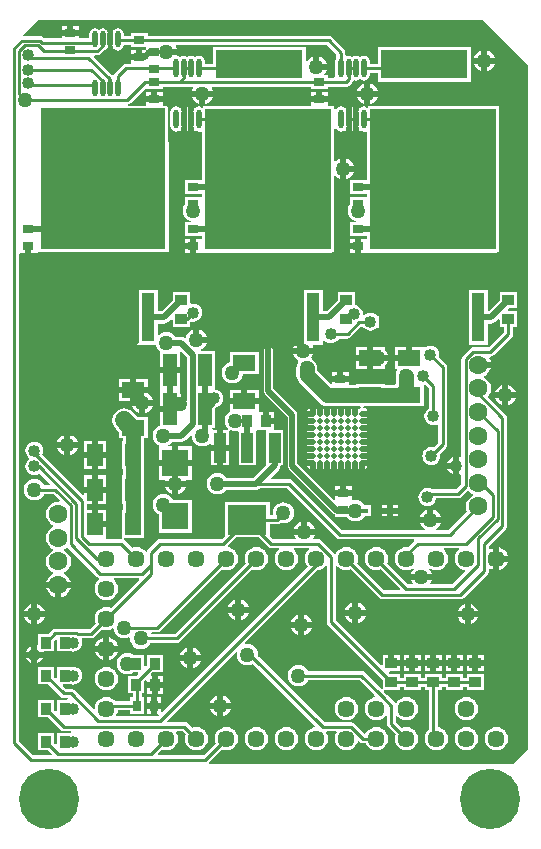
<source format=gbl>
G04 Layer_Physical_Order=2*
G04 Layer_Color=16711680*
%FSAX24Y24*%
%MOIN*%
G70*
G01*
G75*
%ADD12R,0.0354X0.0276*%
%ADD13R,0.0394X0.0354*%
%ADD15R,0.0354X0.0394*%
%ADD24R,0.0413X0.1634*%
%ADD25R,0.4173X0.3465*%
%ADD27C,0.0100*%
%ADD28C,0.0200*%
%ADD30C,0.0500*%
%ADD31C,0.0400*%
%ADD32C,0.0600*%
%ADD34C,0.0570*%
%ADD35C,0.0630*%
%ADD36C,0.2010*%
%ADD37C,0.0500*%
%ADD38C,0.0400*%
%ADD39C,0.0200*%
%ADD40O,0.0177X0.0551*%
%ADD41R,0.0335X0.0157*%
%ADD42R,0.0276X0.0354*%
%ADD43R,0.0453X0.1063*%
%ADD44R,0.0748X0.0532*%
%ADD45R,0.1299X0.0984*%
%ADD46R,0.0394X0.0984*%
%ADD47R,0.0906X0.0906*%
%ADD48R,0.2906X0.0961*%
%ADD49O,0.0177X0.0630*%
%ADD50R,0.0532X0.0748*%
%ADD51R,0.4200X0.4700*%
%ADD52R,0.4150X0.4650*%
G36*
X062465Y039807D02*
Y039683D01*
X062440Y039646D01*
X062425Y039573D01*
Y039120D01*
X062434Y039077D01*
X062398Y039027D01*
X062176D01*
Y039112D01*
X062075D01*
X062058Y039162D01*
X062106Y039223D01*
X062137Y039300D01*
X061800D01*
Y039400D01*
X061700D01*
Y039737D01*
X061623Y039706D01*
X061550Y039650D01*
X061501Y039586D01*
X061465Y039592D01*
X061451Y039599D01*
Y040055D01*
X058349D01*
Y039498D01*
X058075D01*
Y039573D01*
X058060Y039646D01*
X058019Y039708D01*
X057957Y039749D01*
X057884Y039764D01*
X057811Y039749D01*
X057756Y039712D01*
X057701Y039749D01*
X057628Y039764D01*
X057555Y039749D01*
X057500Y039712D01*
X057445Y039749D01*
X057372Y039764D01*
X057299Y039749D01*
X057244Y039712D01*
X057189Y039749D01*
X057160Y039755D01*
X057137Y039799D01*
X057137Y039800D01*
X056800D01*
Y040000D01*
X057137D01*
X057106Y040077D01*
X057104Y040079D01*
X057126Y040124D01*
X062148D01*
X062465Y039807D01*
D02*
G37*
G36*
X068860Y039442D02*
Y016659D01*
X068350Y016150D01*
X058233D01*
X058220Y016172D01*
X058214Y016200D01*
X058658Y016644D01*
X058700Y016626D01*
X058800Y016613D01*
X058900Y016626D01*
X058993Y016665D01*
X059073Y016727D01*
X059135Y016807D01*
X059174Y016900D01*
X059187Y017000D01*
X059174Y017100D01*
X059135Y017193D01*
X059073Y017273D01*
X058993Y017335D01*
X058900Y017374D01*
X058800Y017387D01*
X058700Y017374D01*
X058607Y017335D01*
X058527Y017273D01*
X058465Y017193D01*
X058426Y017100D01*
X058413Y017000D01*
X058426Y016900D01*
X058444Y016858D01*
X058037Y016451D01*
X056531D01*
X056512Y016498D01*
X056658Y016644D01*
X056700Y016626D01*
X056800Y016613D01*
X056900Y016626D01*
X056993Y016665D01*
X057073Y016727D01*
X057135Y016807D01*
X057174Y016900D01*
X057187Y017000D01*
X057174Y017100D01*
X057135Y017193D01*
X057127Y017204D01*
X057149Y017249D01*
X057337D01*
X057444Y017142D01*
X057426Y017100D01*
X057413Y017000D01*
X057426Y016900D01*
X057465Y016807D01*
X057527Y016727D01*
X057607Y016665D01*
X057700Y016626D01*
X057800Y016613D01*
X057900Y016626D01*
X057993Y016665D01*
X058073Y016727D01*
X058135Y016807D01*
X058174Y016900D01*
X058187Y017000D01*
X058174Y017100D01*
X058135Y017193D01*
X058073Y017273D01*
X057993Y017335D01*
X057900Y017374D01*
X057800Y017387D01*
X057700Y017374D01*
X057658Y017356D01*
X057507Y017507D01*
X057458Y017540D01*
X057400Y017551D01*
X057400Y017551D01*
X056831D01*
X056812Y017598D01*
X059111Y019897D01*
X059158Y019874D01*
X059149Y019800D01*
X059161Y019709D01*
X059196Y019624D01*
X059251Y019552D01*
X059324Y019496D01*
X059409Y019461D01*
X059500Y019449D01*
X059591Y019461D01*
X059676Y019496D01*
X059684Y019502D01*
X061759Y017427D01*
X061743Y017379D01*
X061700Y017374D01*
X061607Y017335D01*
X061527Y017273D01*
X061465Y017193D01*
X061426Y017100D01*
X061413Y017000D01*
X061426Y016900D01*
X061465Y016807D01*
X061527Y016727D01*
X061607Y016665D01*
X061700Y016626D01*
X061800Y016613D01*
X061900Y016626D01*
X061993Y016665D01*
X062073Y016727D01*
X062135Y016807D01*
X062174Y016900D01*
X062187Y017000D01*
X062174Y017100D01*
X062135Y017193D01*
X062131Y017198D01*
X062154Y017243D01*
X062446D01*
X062469Y017198D01*
X062465Y017193D01*
X062426Y017100D01*
X062413Y017000D01*
X062426Y016900D01*
X062465Y016807D01*
X062527Y016727D01*
X062607Y016665D01*
X062700Y016626D01*
X062800Y016613D01*
X062900Y016626D01*
X062993Y016665D01*
X063073Y016727D01*
X063135Y016807D01*
X063174Y016900D01*
X063174Y016906D01*
X063222Y016922D01*
X063250Y016893D01*
X063299Y016860D01*
X063357Y016849D01*
X063357Y016849D01*
X063448D01*
X063465Y016807D01*
X063527Y016727D01*
X063607Y016665D01*
X063700Y016626D01*
X063800Y016613D01*
X063900Y016626D01*
X063993Y016665D01*
X064073Y016727D01*
X064135Y016807D01*
X064174Y016900D01*
X064187Y017000D01*
X064174Y017100D01*
X064135Y017193D01*
X064073Y017273D01*
X063993Y017335D01*
X063900Y017374D01*
X063800Y017387D01*
X063700Y017374D01*
X063607Y017335D01*
X063527Y017273D01*
X063465Y017193D01*
X063459Y017178D01*
X063401Y017170D01*
X063070Y017501D01*
X063021Y017534D01*
X062963Y017545D01*
X062963Y017545D01*
X062069D01*
X059847Y019767D01*
X059851Y019800D01*
X059839Y019891D01*
X059804Y019976D01*
X059749Y020048D01*
X059676Y020104D01*
X059591Y020139D01*
X059500Y020151D01*
X059426Y020142D01*
X059403Y020189D01*
X061831Y022617D01*
X061900Y022626D01*
X061993Y022665D01*
X062073Y022727D01*
X062099Y022759D01*
X062149Y022742D01*
Y020885D01*
X062149Y020885D01*
X062160Y020827D01*
X062193Y020778D01*
X064005Y018966D01*
Y018672D01*
X064002Y018670D01*
X063955Y018656D01*
X063948Y018666D01*
X063948Y018666D01*
X063407Y019207D01*
X063358Y019240D01*
X063300Y019251D01*
X063300Y019251D01*
X061514D01*
X061504Y019276D01*
X061448Y019348D01*
X061376Y019404D01*
X061291Y019439D01*
X061200Y019451D01*
X061109Y019439D01*
X061024Y019404D01*
X060951Y019348D01*
X060896Y019276D01*
X060861Y019191D01*
X060849Y019100D01*
X060861Y019009D01*
X060896Y018924D01*
X060951Y018851D01*
X061024Y018796D01*
X061109Y018761D01*
X061200Y018749D01*
X061291Y018761D01*
X061376Y018796D01*
X061448Y018851D01*
X061504Y018924D01*
X061514Y018949D01*
X063237D01*
X063718Y018468D01*
X063734Y018444D01*
X063752Y018426D01*
X063736Y018378D01*
X063700Y018374D01*
X063607Y018335D01*
X063527Y018273D01*
X063465Y018193D01*
X063426Y018100D01*
X063413Y018000D01*
X063426Y017900D01*
X063465Y017807D01*
X063527Y017727D01*
X063607Y017665D01*
X063700Y017626D01*
X063800Y017613D01*
X063900Y017626D01*
X063993Y017665D01*
X064073Y017727D01*
X064099Y017759D01*
X064149Y017742D01*
Y017500D01*
X064149Y017500D01*
X064160Y017442D01*
X064193Y017393D01*
X064444Y017142D01*
X064426Y017100D01*
X064413Y017000D01*
X064426Y016900D01*
X064465Y016807D01*
X064527Y016727D01*
X064607Y016665D01*
X064700Y016626D01*
X064800Y016613D01*
X064900Y016626D01*
X064993Y016665D01*
X065073Y016727D01*
X065135Y016807D01*
X065174Y016900D01*
X065187Y017000D01*
X065174Y017100D01*
X065135Y017193D01*
X065073Y017273D01*
X064993Y017335D01*
X064900Y017374D01*
X064800Y017387D01*
X064700Y017374D01*
X064658Y017356D01*
X064451Y017563D01*
Y017742D01*
X064501Y017759D01*
X064527Y017727D01*
X064607Y017665D01*
X064700Y017626D01*
X064800Y017613D01*
X064900Y017626D01*
X064993Y017665D01*
X065073Y017727D01*
X065135Y017807D01*
X065174Y017900D01*
X065187Y018000D01*
X065174Y018100D01*
X065135Y018193D01*
X065073Y018273D01*
X064993Y018335D01*
X064900Y018374D01*
X064800Y018387D01*
X064700Y018374D01*
X064607Y018335D01*
X064527Y018273D01*
X064471Y018201D01*
X064470Y018201D01*
X064439Y018196D01*
X064413Y018198D01*
X064407Y018207D01*
X064407Y018207D01*
X064166Y018448D01*
X064143Y018464D01*
X064047Y018559D01*
X064068Y018609D01*
X064595D01*
Y018734D01*
X064705D01*
Y018609D01*
X065295D01*
Y018734D01*
X065405D01*
Y018609D01*
X065549D01*
Y017290D01*
X065527Y017273D01*
X065465Y017193D01*
X065426Y017100D01*
X065413Y017000D01*
X065426Y016900D01*
X065465Y016807D01*
X065527Y016727D01*
X065607Y016665D01*
X065700Y016626D01*
X065800Y016613D01*
X065900Y016626D01*
X065993Y016665D01*
X066073Y016727D01*
X066135Y016807D01*
X066174Y016900D01*
X066187Y017000D01*
X066174Y017100D01*
X066135Y017193D01*
X066073Y017273D01*
X065993Y017335D01*
X065900Y017374D01*
X065851Y017380D01*
Y018609D01*
X065995D01*
Y018734D01*
X066105D01*
Y018609D01*
X066695D01*
Y018734D01*
X066805D01*
Y018609D01*
X067395D01*
Y019161D01*
X066805D01*
Y019036D01*
X066695D01*
Y019161D01*
X066105D01*
Y019036D01*
X065995D01*
Y019161D01*
X065405D01*
Y019036D01*
X065295D01*
Y019161D01*
X064705D01*
Y019036D01*
X064595D01*
Y019161D01*
X064242D01*
X064216Y019192D01*
X064236Y019238D01*
X064597D01*
Y019415D01*
X064300D01*
Y019515D01*
X064200D01*
Y019792D01*
X064003D01*
Y019461D01*
X063957Y019442D01*
X062451Y020948D01*
Y022742D01*
X062501Y022759D01*
X062527Y022727D01*
X062607Y022665D01*
X062700Y022626D01*
X062800Y022613D01*
X062900Y022626D01*
X062942Y022644D01*
X063893Y021693D01*
X063893Y021693D01*
X063942Y021660D01*
X064000Y021649D01*
X066600D01*
X066600Y021649D01*
X066658Y021660D01*
X066707Y021693D01*
X067507Y022493D01*
X067507Y022493D01*
X067540Y022542D01*
X067551Y022600D01*
X067551Y022600D01*
Y022649D01*
X067596Y022671D01*
X067606Y022664D01*
X067699Y022625D01*
X067700Y022625D01*
Y023000D01*
Y023375D01*
X067699Y023375D01*
X067606Y023336D01*
X067596Y023329D01*
X067551Y023351D01*
Y023437D01*
X068107Y023993D01*
X068107Y023993D01*
X068140Y024042D01*
X068151Y024100D01*
Y027687D01*
X068151Y027687D01*
X068140Y027745D01*
X068107Y027794D01*
X068107Y027794D01*
X067506Y028395D01*
X067561Y028466D01*
X067603Y028567D01*
X067617Y028675D01*
X067603Y028783D01*
X067561Y028883D01*
X067495Y028970D01*
X067408Y029036D01*
X067392Y029043D01*
Y029093D01*
X067409Y029100D01*
X067496Y029166D01*
X067562Y029253D01*
X067604Y029354D01*
X067605Y029362D01*
X067200D01*
Y029562D01*
X067605D01*
X067604Y029571D01*
X067562Y029671D01*
X067548Y029690D01*
X067570Y029735D01*
X067601D01*
X067601Y029735D01*
X067659Y029746D01*
X067708Y029779D01*
X068307Y030378D01*
X068307Y030378D01*
X068340Y030427D01*
X068351Y030485D01*
Y030709D01*
X068495D01*
Y031261D01*
X068200D01*
X068182Y031304D01*
X068211Y031339D01*
X068495D01*
Y031891D01*
X067905D01*
Y031606D01*
X067555Y031256D01*
X067505Y031277D01*
Y031955D01*
X067007D01*
Y031956D01*
X066900D01*
X066900Y030122D01*
X067007D01*
Y030124D01*
X067505D01*
Y030837D01*
X067624D01*
X067702Y030852D01*
X067767Y030896D01*
X067859Y030987D01*
X067905Y030968D01*
Y030709D01*
X068049D01*
Y030548D01*
X067539Y030038D01*
X067024D01*
X066966Y030026D01*
X066917Y029993D01*
X066917Y029993D01*
X066669Y029745D01*
X066636Y029696D01*
X066625Y029638D01*
X066625Y029638D01*
Y026404D01*
X066575Y026373D01*
X066550Y026383D01*
Y026100D01*
Y025817D01*
X066575Y025827D01*
X066625Y025796D01*
Y025475D01*
X066456Y025306D01*
X065656D01*
X065651Y025311D01*
X065578Y025341D01*
X065500Y025351D01*
X065422Y025341D01*
X065349Y025311D01*
X065287Y025263D01*
X065239Y025201D01*
X065209Y025128D01*
X065199Y025050D01*
X065209Y024972D01*
X065239Y024899D01*
X065287Y024837D01*
X065349Y024789D01*
X065422Y024759D01*
X065500Y024749D01*
X065578Y024759D01*
X065651Y024789D01*
X065713Y024837D01*
X065761Y024899D01*
X065791Y024972D01*
X065795Y025004D01*
X066519D01*
X066519Y025004D01*
X066577Y025015D01*
X066626Y025048D01*
X066836Y025258D01*
X066886Y025255D01*
X066905Y025230D01*
X066992Y025164D01*
X067010Y025157D01*
Y025106D01*
X066992Y025099D01*
X066905Y025033D01*
X066839Y024946D01*
X066797Y024846D01*
X066783Y024738D01*
X066797Y024630D01*
X066821Y024573D01*
X066200Y023951D01*
X065799D01*
X065793Y023964D01*
X065786Y024001D01*
X065850Y024050D01*
X065906Y024123D01*
X065937Y024200D01*
X065263D01*
X065294Y024123D01*
X065350Y024050D01*
X065414Y024001D01*
X065407Y023964D01*
X065401Y023951D01*
X062649D01*
X060993Y025607D01*
X060944Y025640D01*
X060886Y025651D01*
X060886Y025651D01*
X060303D01*
X060284Y025698D01*
X060549Y025962D01*
X060592Y026028D01*
X060608Y026106D01*
Y026110D01*
X060701D01*
Y027291D01*
X060429D01*
X060384Y027303D01*
X060384Y027341D01*
Y027500D01*
X060107D01*
Y027600D01*
X060007D01*
Y027897D01*
X059921D01*
X059874Y027904D01*
X059874Y027947D01*
Y028170D01*
X058926D01*
Y027905D01*
X058924Y027904D01*
X058851Y027848D01*
X058796Y027776D01*
X058761Y027691D01*
X058749Y027600D01*
X058761Y027509D01*
X058796Y027424D01*
X058851Y027352D01*
X058863Y027343D01*
X058846Y027293D01*
X058694D01*
Y026801D01*
X058891D01*
Y027258D01*
X058900Y027268D01*
X058941Y027289D01*
X059009Y027261D01*
X059100Y027249D01*
X059155Y027256D01*
X059205Y027215D01*
Y026110D01*
X059795D01*
Y027267D01*
X059826Y027299D01*
X059840Y027303D01*
X060065D01*
X060110Y027291D01*
X060110Y027253D01*
Y026110D01*
X060110Y026110D01*
X060110D01*
X060085Y026071D01*
X059716Y025702D01*
X058784D01*
X058748Y025749D01*
X058676Y025804D01*
X058591Y025839D01*
X058500Y025851D01*
X058409Y025839D01*
X058324Y025804D01*
X058252Y025749D01*
X058196Y025676D01*
X058161Y025591D01*
X058149Y025500D01*
X058161Y025409D01*
X058196Y025324D01*
X058252Y025252D01*
X058324Y025196D01*
X058409Y025161D01*
X058500Y025149D01*
X058591Y025161D01*
X058676Y025196D01*
X058748Y025252D01*
X058784Y025298D01*
X059800D01*
X059877Y025313D01*
X059931Y025349D01*
X060823D01*
X062479Y023693D01*
X062528Y023660D01*
X062586Y023649D01*
X062586Y023649D01*
X065040D01*
X065052Y023631D01*
X065059Y023599D01*
X064842Y023381D01*
X064800Y023387D01*
X064700Y023374D01*
X064607Y023335D01*
X064527Y023273D01*
X064465Y023193D01*
X064426Y023100D01*
X064413Y023000D01*
X064426Y022900D01*
X064465Y022807D01*
X064527Y022727D01*
X064607Y022665D01*
X064700Y022626D01*
X064800Y022613D01*
X064900Y022626D01*
X064993Y022665D01*
X065008Y022676D01*
X065043Y022640D01*
X064994Y022577D01*
X064963Y022500D01*
X065637D01*
X065606Y022577D01*
X065557Y022640D01*
X065592Y022676D01*
X065607Y022665D01*
X065700Y022626D01*
X065800Y022613D01*
X065900Y022626D01*
X065993Y022665D01*
X066073Y022727D01*
X066135Y022807D01*
X066174Y022900D01*
X066187Y023000D01*
X066174Y023100D01*
X066135Y023193D01*
X066073Y023273D01*
X066041Y023299D01*
X066058Y023349D01*
X066542D01*
X066559Y023299D01*
X066527Y023273D01*
X066465Y023193D01*
X066426Y023100D01*
X066413Y023000D01*
X066426Y022900D01*
X066465Y022807D01*
X066527Y022727D01*
X066607Y022665D01*
X066700Y022626D01*
X066743Y022621D01*
X066759Y022573D01*
X066337Y022151D01*
X065607D01*
X065585Y022196D01*
X065606Y022223D01*
X065637Y022300D01*
X064963D01*
X064994Y022223D01*
X065015Y022196D01*
X064993Y022151D01*
X064863D01*
X064156Y022858D01*
X064174Y022900D01*
X064187Y023000D01*
X064174Y023100D01*
X064135Y023193D01*
X064073Y023273D01*
X063993Y023335D01*
X063900Y023374D01*
X063800Y023387D01*
X063700Y023374D01*
X063607Y023335D01*
X063527Y023273D01*
X063465Y023193D01*
X063426Y023100D01*
X063413Y023000D01*
X063426Y022900D01*
X063465Y022807D01*
X063527Y022727D01*
X063607Y022665D01*
X063700Y022626D01*
X063800Y022613D01*
X063900Y022626D01*
X063942Y022644D01*
X064588Y021998D01*
X064569Y021951D01*
X064063D01*
X063156Y022858D01*
X063174Y022900D01*
X063187Y023000D01*
X063174Y023100D01*
X063135Y023193D01*
X063073Y023273D01*
X062993Y023335D01*
X062900Y023374D01*
X062800Y023387D01*
X062700Y023374D01*
X062607Y023335D01*
X062527Y023273D01*
X062465Y023193D01*
X062455Y023169D01*
X062453Y023169D01*
X062401Y023170D01*
X061964Y023607D01*
X061915Y023640D01*
X061857Y023651D01*
X061857Y023651D01*
X061707D01*
X061685Y023696D01*
X061706Y023723D01*
X061737Y023800D01*
X061063D01*
X061094Y023723D01*
X061115Y023696D01*
X061093Y023651D01*
X060362D01*
X060248Y023765D01*
Y024148D01*
X060499D01*
X060499Y024148D01*
X060557Y024159D01*
X060601Y024189D01*
X060609Y024186D01*
X060700Y024174D01*
X060791Y024186D01*
X060876Y024221D01*
X060949Y024276D01*
X061004Y024349D01*
X061039Y024434D01*
X061051Y024525D01*
X061039Y024616D01*
X061004Y024701D01*
X060949Y024773D01*
X060876Y024829D01*
X060791Y024864D01*
X060700Y024876D01*
X060609Y024864D01*
X060524Y024829D01*
X060451Y024773D01*
X060396Y024701D01*
X060361Y024616D01*
X060349Y024525D01*
X060353Y024488D01*
X060320Y024451D01*
X060248D01*
Y024890D01*
X058752D01*
Y023765D01*
X058638Y023651D01*
X056600D01*
X056600Y023651D01*
X056542Y023640D01*
X056493Y023607D01*
X056193Y023307D01*
X056160Y023258D01*
X056158Y023246D01*
X056104Y023233D01*
X056073Y023273D01*
X055993Y023335D01*
X055900Y023374D01*
X055800Y023387D01*
X055700Y023374D01*
X055658Y023356D01*
X055407Y023607D01*
X055376Y023628D01*
X055391Y023678D01*
X056044D01*
Y024094D01*
X056051Y024150D01*
Y027006D01*
X056172D01*
Y027734D01*
X055834D01*
X055676Y027893D01*
X055592Y027957D01*
X055495Y027997D01*
X055391Y028011D01*
X055287Y027997D01*
X055190Y027957D01*
X055107Y027893D01*
X055043Y027810D01*
X055003Y027713D01*
X055000Y027689D01*
X055000Y027600D01*
X055000Y027600D01*
Y027567D01*
X054997Y027548D01*
X055003Y027505D01*
X055043Y027408D01*
X055107Y027324D01*
X055228Y027204D01*
Y027006D01*
X055349D01*
Y026922D01*
X055316D01*
Y025978D01*
X055349D01*
Y025772D01*
X055316D01*
Y024828D01*
X055349D01*
Y024622D01*
X055316D01*
Y023699D01*
X055307Y023671D01*
X055277Y023651D01*
X054826D01*
X054786Y023676D01*
Y024050D01*
X054420D01*
Y024150D01*
X054320D01*
Y024624D01*
X054151D01*
Y024826D01*
X054320D01*
Y025200D01*
X054054D01*
Y025137D01*
X054008Y025118D01*
X052665Y026461D01*
X052691Y026522D01*
X052701Y026600D01*
X052691Y026678D01*
X052661Y026751D01*
X052613Y026813D01*
X052551Y026861D01*
X052478Y026891D01*
X052400Y026901D01*
X052322Y026891D01*
X052249Y026861D01*
X052187Y026813D01*
X052139Y026751D01*
X052109Y026678D01*
X052099Y026600D01*
X052109Y026522D01*
X052139Y026449D01*
X052187Y026387D01*
X052211Y026369D01*
Y026306D01*
X052187Y026288D01*
X052139Y026226D01*
X052109Y026153D01*
X052099Y026075D01*
X052109Y025997D01*
X052139Y025924D01*
X052187Y025862D01*
X052249Y025814D01*
X052322Y025784D01*
X052400Y025774D01*
X052478Y025784D01*
X052551Y025814D01*
X052577Y025834D01*
X052913Y025498D01*
X052894Y025451D01*
X052714D01*
X052704Y025476D01*
X052649Y025549D01*
X052576Y025604D01*
X052491Y025639D01*
X052400Y025651D01*
X052309Y025639D01*
X052224Y025604D01*
X052151Y025549D01*
X052096Y025476D01*
X052061Y025391D01*
X052049Y025300D01*
X052061Y025209D01*
X052096Y025124D01*
X052151Y025052D01*
X052224Y024996D01*
X052309Y024961D01*
X052400Y024949D01*
X052491Y024961D01*
X052576Y024996D01*
X052649Y025052D01*
X052704Y025124D01*
X052714Y025149D01*
X053037D01*
X053243Y024943D01*
X053221Y024898D01*
X053200Y024901D01*
X053092Y024886D01*
X052991Y024845D01*
X052905Y024779D01*
X052839Y024692D01*
X052797Y024592D01*
X052783Y024484D01*
X052797Y024376D01*
X052839Y024275D01*
X052905Y024189D01*
X052991Y024123D01*
X053013Y024114D01*
Y024064D01*
X052991Y024055D01*
X052905Y023989D01*
X052839Y023902D01*
X052797Y023802D01*
X052783Y023694D01*
X052797Y023586D01*
X052839Y023485D01*
X052905Y023399D01*
X052991Y023333D01*
X053010Y023325D01*
Y023275D01*
X052991Y023267D01*
X052905Y023201D01*
X052839Y023115D01*
X052797Y023014D01*
X052783Y022906D01*
X052797Y022798D01*
X052839Y022698D01*
X052905Y022611D01*
X052991Y022545D01*
X053008Y022538D01*
Y022488D01*
X052991Y022481D01*
X052904Y022415D01*
X052838Y022328D01*
X052796Y022227D01*
X052795Y022219D01*
X053200D01*
X053605D01*
X053604Y022227D01*
X053562Y022328D01*
X053496Y022415D01*
X053409Y022481D01*
X053392Y022488D01*
Y022538D01*
X053408Y022545D01*
X053495Y022611D01*
X053561Y022698D01*
X053603Y022798D01*
X053617Y022906D01*
X053603Y023014D01*
X053561Y023115D01*
X053495Y023201D01*
X053408Y023267D01*
X053390Y023275D01*
Y023325D01*
X053408Y023333D01*
X053457Y023369D01*
X053517Y023369D01*
X054493Y022393D01*
X054493Y022393D01*
X054542Y022360D01*
X054554Y022358D01*
X054567Y022304D01*
X054527Y022273D01*
X054465Y022193D01*
X054426Y022100D01*
X054413Y022000D01*
X054426Y021900D01*
X054465Y021807D01*
X054527Y021727D01*
X054607Y021665D01*
X054700Y021626D01*
X054800Y021613D01*
X054900Y021626D01*
X054993Y021665D01*
X055073Y021727D01*
X055135Y021807D01*
X055174Y021900D01*
X055187Y022000D01*
X055174Y022100D01*
X055135Y022193D01*
X055073Y022273D01*
X055041Y022299D01*
X055058Y022349D01*
X055869D01*
X055888Y022302D01*
X054942Y021356D01*
X054900Y021374D01*
X054800Y021387D01*
X054700Y021374D01*
X054607Y021335D01*
X054527Y021273D01*
X054465Y021193D01*
X054426Y021100D01*
X054413Y021000D01*
X054426Y020900D01*
X054444Y020858D01*
X054237Y020651D01*
X053864D01*
X053819Y020660D01*
X053819Y020660D01*
X053094D01*
X053094Y020660D01*
X053036Y020649D01*
X052987Y020616D01*
X052987Y020616D01*
X052866Y020495D01*
X052509D01*
Y020128D01*
X052500Y020121D01*
Y019900D01*
X052727D01*
X052730Y019905D01*
X053061D01*
Y020261D01*
X053096Y020290D01*
X053139Y020272D01*
Y019905D01*
X053647D01*
X053691Y019899D01*
X053768Y019909D01*
X053841Y019939D01*
X053903Y019987D01*
X053951Y020050D01*
X053981Y020122D01*
X053992Y020200D01*
X053981Y020278D01*
X053969Y020307D01*
X053997Y020349D01*
X054300D01*
X054300Y020349D01*
X054358Y020360D01*
X054407Y020393D01*
X054658Y020644D01*
X054700Y020626D01*
X054800Y020613D01*
X054900Y020626D01*
X054993Y020665D01*
X055002Y020672D01*
X055055Y020650D01*
X055061Y020609D01*
X055096Y020524D01*
X055152Y020452D01*
X055224Y020396D01*
X055309Y020361D01*
X055400Y020349D01*
X055491Y020361D01*
X055545Y020383D01*
X055590Y020348D01*
X055590Y020341D01*
X055601Y020250D01*
X055637Y020165D01*
X055692Y020092D01*
X055765Y020037D01*
X055850Y020001D01*
X055941Y019990D01*
X056032Y020001D01*
X056117Y020037D01*
X056189Y020092D01*
X056245Y020165D01*
X056255Y020190D01*
X057141D01*
X057141Y020190D01*
X057199Y020201D01*
X057248Y020234D01*
X059658Y022644D01*
X059700Y022626D01*
X059800Y022613D01*
X059900Y022626D01*
X059993Y022665D01*
X060073Y022727D01*
X060135Y022807D01*
X060174Y022900D01*
X060187Y023000D01*
X060174Y023100D01*
X060135Y023193D01*
X060073Y023273D01*
X059993Y023335D01*
X059900Y023374D01*
X059800Y023387D01*
X059700Y023374D01*
X059607Y023335D01*
X059527Y023273D01*
X059465Y023193D01*
X059426Y023100D01*
X059413Y023000D01*
X059426Y022900D01*
X059444Y022858D01*
X057078Y020492D01*
X056306D01*
X056302Y020499D01*
X056330Y020549D01*
X056500D01*
X056500Y020549D01*
X056558Y020560D01*
X056607Y020593D01*
X058658Y022644D01*
X058700Y022626D01*
X058800Y022613D01*
X058900Y022626D01*
X058993Y022665D01*
X059073Y022727D01*
X059135Y022807D01*
X059174Y022900D01*
X059187Y023000D01*
X059174Y023100D01*
X059135Y023193D01*
X059073Y023273D01*
X058993Y023335D01*
X058900Y023374D01*
X058864Y023378D01*
X058846Y023431D01*
X059123Y023709D01*
X059877D01*
X060192Y023393D01*
X060192Y023393D01*
X060241Y023360D01*
X060299Y023349D01*
X060542D01*
X060559Y023299D01*
X060527Y023273D01*
X060465Y023193D01*
X060426Y023100D01*
X060413Y023000D01*
X060426Y022900D01*
X060465Y022807D01*
X060527Y022727D01*
X060607Y022665D01*
X060700Y022626D01*
X060800Y022613D01*
X060900Y022626D01*
X060993Y022665D01*
X061073Y022727D01*
X061135Y022807D01*
X061174Y022900D01*
X061187Y023000D01*
X061174Y023100D01*
X061135Y023193D01*
X061073Y023273D01*
X061041Y023299D01*
X061058Y023349D01*
X061542D01*
X061559Y023299D01*
X061527Y023273D01*
X061465Y023193D01*
X061426Y023100D01*
X061413Y023000D01*
X061426Y022900D01*
X061465Y022807D01*
X061520Y022734D01*
X056660Y017874D01*
X056613Y017893D01*
Y018000D01*
X056476D01*
Y017823D01*
X056515D01*
X056539Y017773D01*
X056523Y017751D01*
X055149D01*
X055127Y017796D01*
X055135Y017807D01*
X055174Y017900D01*
X055180Y017949D01*
X055588D01*
Y017824D01*
X056061D01*
Y018376D01*
X055976D01*
Y018505D01*
X056061D01*
Y018928D01*
X056092Y018954D01*
X056138Y018934D01*
Y018900D01*
X056315D01*
Y019097D01*
X056291D01*
X056272Y019143D01*
X056334Y019205D01*
X056691D01*
Y019795D01*
X056139D01*
Y019439D01*
X056104Y019410D01*
X056061Y019428D01*
Y019795D01*
X055688D01*
X055676Y019804D01*
X055591Y019839D01*
X055500Y019851D01*
X055409Y019839D01*
X055324Y019804D01*
X055251Y019749D01*
X055196Y019676D01*
X055161Y019591D01*
X055149Y019500D01*
X055161Y019409D01*
X055196Y019324D01*
X055251Y019252D01*
X055324Y019196D01*
X055409Y019161D01*
X055500Y019149D01*
X055591Y019161D01*
X055676Y019196D01*
X055688Y019205D01*
X055840D01*
X055859Y019159D01*
X055796Y019095D01*
X055509D01*
Y018505D01*
X055673D01*
Y018376D01*
X055588D01*
Y018251D01*
X055090D01*
X055073Y018273D01*
X054993Y018335D01*
X054900Y018374D01*
X054800Y018387D01*
X054700Y018374D01*
X054607Y018335D01*
X054527Y018273D01*
X054465Y018193D01*
X054426Y018100D01*
X054413Y018000D01*
X054414Y017995D01*
X054369Y017973D01*
X053730Y018612D01*
X053681Y018645D01*
X053623Y018656D01*
X053623Y018656D01*
X053443D01*
X053341Y018759D01*
X053360Y018805D01*
X053647D01*
X053691Y018799D01*
X053768Y018809D01*
X053841Y018839D01*
X053903Y018887D01*
X053951Y018950D01*
X053981Y019022D01*
X053992Y019100D01*
X053981Y019178D01*
X053951Y019251D01*
X053903Y019313D01*
X053841Y019361D01*
X053768Y019391D01*
X053691Y019401D01*
X053647Y019395D01*
X053139D01*
Y019028D01*
X053096Y019010D01*
X053061Y019039D01*
Y019395D01*
X052509D01*
Y018805D01*
X052866D01*
X053273Y018398D01*
X053273Y018398D01*
X053322Y018365D01*
X053380Y018353D01*
X053523D01*
X053528Y018345D01*
X053502Y018295D01*
X053139D01*
Y017928D01*
X053096Y017910D01*
X053061Y017939D01*
Y018295D01*
X052509D01*
Y017705D01*
X052866D01*
X053278Y017293D01*
X053278Y017293D01*
X053327Y017260D01*
X053385Y017249D01*
X053609D01*
X053627Y017199D01*
X053623Y017195D01*
X053139D01*
Y016828D01*
X053096Y016810D01*
X053061Y016839D01*
Y017195D01*
X052509D01*
Y016605D01*
X052866D01*
X052973Y016498D01*
X052954Y016451D01*
X052363D01*
X051883Y016931D01*
Y033162D01*
X051923Y033187D01*
X051933Y033187D01*
X052100D01*
Y033424D01*
X052300D01*
Y033187D01*
X052477D01*
Y033195D01*
X052515Y033224D01*
X052527Y033224D01*
X056885D01*
Y036886D01*
X056850D01*
Y038000D01*
X056843Y038038D01*
X056821Y038071D01*
X056788Y038093D01*
X056750Y038100D01*
X056677D01*
Y038224D01*
X056123D01*
Y038100D01*
X055513D01*
X055508Y038150D01*
X055558Y038160D01*
X055607Y038193D01*
X056078Y038664D01*
X056124Y038645D01*
Y038639D01*
X056676D01*
Y038724D01*
X057220D01*
X057220Y038724D01*
X057220Y038724D01*
X057674D01*
X057696Y038679D01*
X057694Y038677D01*
X057663Y038600D01*
X058337D01*
X058306Y038677D01*
X058303Y038679D01*
X058326Y038724D01*
X061624D01*
Y038639D01*
X062176D01*
Y038724D01*
X062776D01*
X062776Y038724D01*
X062833Y038736D01*
X062883Y038769D01*
X062979Y038865D01*
X062979Y038865D01*
X063011Y038913D01*
X063025Y038932D01*
X063055Y038944D01*
X063128Y038929D01*
X063201Y038944D01*
X063256Y038981D01*
X063311Y038944D01*
X063384Y038929D01*
X063457Y038944D01*
X063519Y038985D01*
X063560Y039047D01*
X063575Y039120D01*
Y039195D01*
X063849D01*
Y038898D01*
X066951D01*
Y040055D01*
X063849D01*
Y039498D01*
X063575D01*
Y039573D01*
X063560Y039646D01*
X063519Y039708D01*
X063457Y039749D01*
X063384Y039764D01*
X063311Y039749D01*
X063256Y039712D01*
X063201Y039749D01*
X063128Y039764D01*
X063055Y039749D01*
X063000Y039712D01*
X062945Y039749D01*
X062872Y039764D01*
X062817Y039753D01*
X062767Y039783D01*
Y039870D01*
X062767Y039870D01*
X062756Y039928D01*
X062723Y039977D01*
X062723Y039977D01*
X062317Y040383D01*
X062268Y040415D01*
X062210Y040427D01*
X062210Y040427D01*
X056176D01*
Y040512D01*
X055624D01*
Y040427D01*
X055375D01*
Y040494D01*
X055360Y040567D01*
X055319Y040629D01*
X055257Y040670D01*
X055184Y040685D01*
X055111Y040670D01*
X055057Y040634D01*
X055028Y040654D01*
Y040597D01*
X055008Y040567D01*
X054993Y040494D01*
Y040307D01*
Y040120D01*
X055008Y040047D01*
X055028Y040017D01*
Y039960D01*
X055057Y039980D01*
X055111Y039944D01*
X055184Y039929D01*
X055257Y039944D01*
X055319Y039985D01*
X055360Y040047D01*
X055375Y040120D01*
Y040124D01*
X055624D01*
Y040039D01*
X056123D01*
Y039962D01*
X056000D01*
Y039724D01*
X055900D01*
Y039624D01*
X055623D01*
Y039498D01*
X055446D01*
X055446Y039498D01*
X055389Y039486D01*
X055339Y039453D01*
X055339Y039453D01*
X055077Y039191D01*
X055044Y039142D01*
X055044Y039141D01*
X055023Y039129D01*
X054990Y039124D01*
X054389Y039725D01*
X054408Y039771D01*
X054498D01*
X054498Y039771D01*
X054556Y039783D01*
X054605Y039815D01*
X054731Y039941D01*
X054745Y039944D01*
X054799Y039980D01*
X054828Y039960D01*
Y040017D01*
X054848Y040047D01*
X054863Y040120D01*
Y040307D01*
Y040494D01*
X054848Y040567D01*
X054828Y040597D01*
Y040654D01*
X054799Y040634D01*
X054745Y040670D01*
X054672Y040685D01*
X054599Y040670D01*
X054544Y040634D01*
X054489Y040670D01*
X054416Y040685D01*
X054343Y040670D01*
X054281Y040629D01*
X054240Y040567D01*
X054225Y040494D01*
Y040351D01*
X053877D01*
Y040404D01*
X053600D01*
X053323D01*
Y040351D01*
X052725D01*
X052701Y040375D01*
X052652Y040408D01*
X052594Y040419D01*
X052594Y040419D01*
X052039D01*
X052018Y040469D01*
X052508Y040960D01*
X067342D01*
X068860Y039442D01*
D02*
G37*
%LPC*%
G36*
X063000Y021100D02*
X062763D01*
X062794Y021023D01*
X062850Y020950D01*
X062923Y020894D01*
X063000Y020863D01*
Y021100D01*
D02*
G37*
G36*
X067187Y021050D02*
X066950D01*
Y020813D01*
X067027Y020844D01*
X067100Y020900D01*
X067156Y020973D01*
X067187Y021050D01*
D02*
G37*
G36*
X066750D02*
X066513D01*
X066544Y020973D01*
X066600Y020900D01*
X066673Y020844D01*
X066750Y020813D01*
Y021050D01*
D02*
G37*
G36*
X063437Y021100D02*
X063200D01*
Y020863D01*
X063277Y020894D01*
X063350Y020950D01*
X063406Y021023D01*
X063437Y021100D01*
D02*
G37*
G36*
X059537Y021200D02*
X059300D01*
Y020963D01*
X059377Y020994D01*
X059450Y021050D01*
X059506Y021123D01*
X059537Y021200D01*
D02*
G37*
G36*
X052300Y021487D02*
X052223Y021456D01*
X052150Y021400D01*
X052094Y021327D01*
X052063Y021250D01*
X052300D01*
Y021487D01*
D02*
G37*
G36*
X059100Y021200D02*
X058863D01*
X058894Y021123D01*
X058950Y021050D01*
X059023Y020994D01*
X059100Y020963D01*
Y021200D01*
D02*
G37*
G36*
X061200Y021137D02*
X061123Y021106D01*
X061050Y021050D01*
X060994Y020977D01*
X060963Y020900D01*
X061200D01*
Y021137D01*
D02*
G37*
G36*
X061400D02*
Y020900D01*
X061637D01*
X061606Y020977D01*
X061550Y021050D01*
X061477Y021106D01*
X061400Y021137D01*
D02*
G37*
G36*
X052737Y021050D02*
X052500D01*
Y020813D01*
X052577Y020844D01*
X052650Y020900D01*
X052706Y020973D01*
X052737Y021050D01*
D02*
G37*
G36*
X057700Y020037D02*
Y019800D01*
X057937D01*
X057906Y019877D01*
X057850Y019950D01*
X057777Y020006D01*
X057700Y020037D01*
D02*
G37*
G36*
X052300Y020083D02*
X052249Y020062D01*
X052186Y020014D01*
X052138Y019951D01*
X052117Y019900D01*
X052300D01*
Y020083D01*
D02*
G37*
G36*
X055175Y019900D02*
X054900D01*
Y019625D01*
X054901Y019625D01*
X054994Y019664D01*
X055075Y019725D01*
X055136Y019806D01*
X055175Y019899D01*
X055175Y019900D01*
D02*
G37*
G36*
X057500Y020037D02*
X057423Y020006D01*
X057350Y019950D01*
X057294Y019877D01*
X057263Y019800D01*
X057500D01*
Y020037D01*
D02*
G37*
G36*
X054700Y020375D02*
X054699Y020375D01*
X054606Y020336D01*
X054525Y020275D01*
X054464Y020194D01*
X054425Y020101D01*
X054425Y020100D01*
X054700D01*
Y020375D01*
D02*
G37*
G36*
X061637Y020700D02*
X061400D01*
Y020463D01*
X061477Y020494D01*
X061550Y020550D01*
X061606Y020623D01*
X061637Y020700D01*
D02*
G37*
G36*
X052300Y021050D02*
X052063D01*
X052094Y020973D01*
X052150Y020900D01*
X052223Y020844D01*
X052300Y020813D01*
Y021050D01*
D02*
G37*
G36*
X054900Y020375D02*
Y020100D01*
X055175D01*
X055175Y020101D01*
X055136Y020194D01*
X055075Y020275D01*
X054994Y020336D01*
X054901Y020375D01*
X054900Y020375D01*
D02*
G37*
G36*
X061200Y020700D02*
X060963D01*
X060994Y020623D01*
X061050Y020550D01*
X061123Y020494D01*
X061200Y020463D01*
Y020700D01*
D02*
G37*
G36*
X052500Y021487D02*
Y021250D01*
X052737D01*
X052706Y021327D01*
X052650Y021400D01*
X052577Y021456D01*
X052500Y021487D01*
D02*
G37*
G36*
X061500Y024237D02*
Y024000D01*
X061737D01*
X061706Y024077D01*
X061650Y024150D01*
X061577Y024206D01*
X061500Y024237D01*
D02*
G37*
G36*
X060200Y030051D02*
X060142Y030040D01*
X060093Y030007D01*
X060060Y029958D01*
X060049Y029900D01*
Y028600D01*
X060049Y028600D01*
X060060Y028542D01*
X060093Y028493D01*
X060849Y027737D01*
Y026100D01*
X060849Y026100D01*
X060860Y026042D01*
X060893Y025993D01*
X062393Y024493D01*
X062393Y024493D01*
X062423Y024473D01*
Y024387D01*
X062823D01*
X062850Y024350D01*
X062923Y024294D01*
X063009Y024259D01*
X063100Y024247D01*
X063191Y024259D01*
X063277Y024294D01*
X063350Y024350D01*
X063404Y024421D01*
X063605D01*
Y024779D01*
X063404D01*
X063350Y024850D01*
X063277Y024906D01*
X063191Y024941D01*
X063100Y024953D01*
X063027Y024943D01*
X062986Y024970D01*
X062977Y024982D01*
Y025076D01*
X062423D01*
Y024979D01*
X062423Y024962D01*
X062373Y024941D01*
X061151Y026163D01*
Y027800D01*
X061151Y027800D01*
X061140Y027858D01*
X061107Y027907D01*
X061107Y027907D01*
X060351Y028663D01*
Y029900D01*
X060340Y029958D01*
X060307Y030007D01*
X060258Y030040D01*
X060200Y030051D01*
D02*
G37*
G36*
X056700Y025151D02*
X056609Y025139D01*
X056524Y025104D01*
X056452Y025048D01*
X056396Y024976D01*
X056361Y024891D01*
X056349Y024800D01*
X056361Y024709D01*
X056396Y024624D01*
X056452Y024551D01*
X056524Y024496D01*
X056549Y024485D01*
Y023863D01*
X057651D01*
Y024965D01*
X057009D01*
X057004Y024976D01*
X056948Y025048D01*
X056876Y025104D01*
X056791Y025139D01*
X056700Y025151D01*
D02*
G37*
G36*
X061300Y024237D02*
X061223Y024206D01*
X061150Y024150D01*
X061094Y024077D01*
X061063Y024000D01*
X061300D01*
Y024237D01*
D02*
G37*
G36*
X054786Y024624D02*
X054520D01*
Y024250D01*
X054786D01*
Y024624D01*
D02*
G37*
G36*
X064163Y024500D02*
X063995D01*
Y024421D01*
X064163D01*
Y024500D01*
D02*
G37*
G36*
X064530D02*
X064363D01*
Y024421D01*
X064530D01*
Y024500D01*
D02*
G37*
G36*
X065500Y024637D02*
X065423Y024606D01*
X065350Y024550D01*
X065294Y024477D01*
X065263Y024400D01*
X065500D01*
Y024637D01*
D02*
G37*
G36*
X065700D02*
Y024400D01*
X065937D01*
X065906Y024477D01*
X065850Y024550D01*
X065777Y024606D01*
X065700Y024637D01*
D02*
G37*
G36*
X067900Y023375D02*
Y023100D01*
X068175D01*
X068175Y023101D01*
X068136Y023194D01*
X068075Y023275D01*
X067994Y023336D01*
X067901Y023375D01*
X067900Y023375D01*
D02*
G37*
G36*
X063000Y021537D02*
X062923Y021506D01*
X062850Y021450D01*
X062794Y021377D01*
X062763Y021300D01*
X063000D01*
Y021537D01*
D02*
G37*
G36*
X063200D02*
Y021300D01*
X063437D01*
X063406Y021377D01*
X063350Y021450D01*
X063277Y021506D01*
X063200Y021537D01*
D02*
G37*
G36*
X066750Y021487D02*
X066673Y021456D01*
X066600Y021400D01*
X066544Y021327D01*
X066513Y021250D01*
X066750D01*
Y021487D01*
D02*
G37*
G36*
X066950D02*
Y021250D01*
X067187D01*
X067156Y021327D01*
X067100Y021400D01*
X067027Y021456D01*
X066950Y021487D01*
D02*
G37*
G36*
X059100Y021637D02*
X059023Y021606D01*
X058950Y021550D01*
X058894Y021477D01*
X058863Y021400D01*
X059100D01*
Y021637D01*
D02*
G37*
G36*
X053605Y022019D02*
X053300D01*
Y021713D01*
X053308Y021715D01*
X053409Y021756D01*
X053496Y021823D01*
X053562Y021910D01*
X053604Y022011D01*
X053605Y022019D01*
D02*
G37*
G36*
X068175Y022900D02*
X067900D01*
Y022625D01*
X067901Y022625D01*
X067994Y022664D01*
X068075Y022725D01*
X068136Y022806D01*
X068175Y022899D01*
X068175Y022900D01*
D02*
G37*
G36*
X059300Y021637D02*
Y021400D01*
X059537D01*
X059506Y021477D01*
X059450Y021550D01*
X059377Y021606D01*
X059300Y021637D01*
D02*
G37*
G36*
X053100Y022019D02*
X052795D01*
X052796Y022011D01*
X052838Y021910D01*
X052904Y021823D01*
X052991Y021756D01*
X053092Y021715D01*
X053100Y021713D01*
Y022019D01*
D02*
G37*
G36*
X056613Y018377D02*
X056476D01*
Y018200D01*
X056613D01*
Y018377D01*
D02*
G37*
G36*
X056315Y018700D02*
X056138D01*
Y018503D01*
X056315D01*
Y018700D01*
D02*
G37*
G36*
X058700Y018437D02*
Y018200D01*
X058937D01*
X058906Y018277D01*
X058850Y018350D01*
X058777Y018406D01*
X058700Y018437D01*
D02*
G37*
G36*
X056276Y018377D02*
X056138D01*
Y018200D01*
X056276D01*
Y018377D01*
D02*
G37*
G36*
X056692Y018700D02*
X056515D01*
Y018503D01*
X056692D01*
Y018700D01*
D02*
G37*
G36*
X064900Y019415D02*
X064703D01*
Y019238D01*
X064900D01*
Y019415D01*
D02*
G37*
G36*
X065297D02*
X065100D01*
Y019238D01*
X065297D01*
Y019415D01*
D02*
G37*
G36*
X054800Y019387D02*
X054700Y019374D01*
X054607Y019335D01*
X054527Y019273D01*
X054465Y019193D01*
X054426Y019100D01*
X054413Y019000D01*
X054426Y018900D01*
X054465Y018807D01*
X054527Y018727D01*
X054607Y018665D01*
X054700Y018626D01*
X054800Y018613D01*
X054900Y018626D01*
X054993Y018665D01*
X055073Y018727D01*
X055135Y018807D01*
X055174Y018900D01*
X055187Y019000D01*
X055174Y019100D01*
X055135Y019193D01*
X055073Y019273D01*
X054993Y019335D01*
X054900Y019374D01*
X054800Y019387D01*
D02*
G37*
G36*
X056692Y019097D02*
X056515D01*
Y018900D01*
X056692D01*
Y019097D01*
D02*
G37*
G36*
X058500Y018437D02*
X058423Y018406D01*
X058350Y018350D01*
X058294Y018277D01*
X058263Y018200D01*
X058500D01*
Y018437D01*
D02*
G37*
G36*
X066800Y017387D02*
X066700Y017374D01*
X066607Y017335D01*
X066527Y017273D01*
X066465Y017193D01*
X066426Y017100D01*
X066413Y017000D01*
X066426Y016900D01*
X066465Y016807D01*
X066527Y016727D01*
X066607Y016665D01*
X066700Y016626D01*
X066800Y016613D01*
X066900Y016626D01*
X066993Y016665D01*
X067073Y016727D01*
X067135Y016807D01*
X067174Y016900D01*
X067187Y017000D01*
X067174Y017100D01*
X067135Y017193D01*
X067073Y017273D01*
X066993Y017335D01*
X066900Y017374D01*
X066800Y017387D01*
D02*
G37*
G36*
X067800D02*
X067700Y017374D01*
X067607Y017335D01*
X067527Y017273D01*
X067465Y017193D01*
X067426Y017100D01*
X067413Y017000D01*
X067426Y016900D01*
X067465Y016807D01*
X067527Y016727D01*
X067607Y016665D01*
X067700Y016626D01*
X067800Y016613D01*
X067900Y016626D01*
X067993Y016665D01*
X068073Y016727D01*
X068135Y016807D01*
X068174Y016900D01*
X068187Y017000D01*
X068174Y017100D01*
X068135Y017193D01*
X068073Y017273D01*
X067993Y017335D01*
X067900Y017374D01*
X067800Y017387D01*
D02*
G37*
G36*
X059800D02*
X059700Y017374D01*
X059607Y017335D01*
X059527Y017273D01*
X059465Y017193D01*
X059426Y017100D01*
X059413Y017000D01*
X059426Y016900D01*
X059465Y016807D01*
X059527Y016727D01*
X059607Y016665D01*
X059700Y016626D01*
X059800Y016613D01*
X059900Y016626D01*
X059993Y016665D01*
X060073Y016727D01*
X060135Y016807D01*
X060174Y016900D01*
X060187Y017000D01*
X060174Y017100D01*
X060135Y017193D01*
X060073Y017273D01*
X059993Y017335D01*
X059900Y017374D01*
X059800Y017387D01*
D02*
G37*
G36*
X060800D02*
X060700Y017374D01*
X060607Y017335D01*
X060527Y017273D01*
X060465Y017193D01*
X060426Y017100D01*
X060413Y017000D01*
X060426Y016900D01*
X060465Y016807D01*
X060527Y016727D01*
X060607Y016665D01*
X060700Y016626D01*
X060800Y016613D01*
X060900Y016626D01*
X060993Y016665D01*
X061073Y016727D01*
X061135Y016807D01*
X061174Y016900D01*
X061187Y017000D01*
X061174Y017100D01*
X061135Y017193D01*
X061073Y017273D01*
X060993Y017335D01*
X060900Y017374D01*
X060800Y017387D01*
D02*
G37*
G36*
X062800Y018387D02*
X062700Y018374D01*
X062607Y018335D01*
X062527Y018273D01*
X062465Y018193D01*
X062426Y018100D01*
X062413Y018000D01*
X062426Y017900D01*
X062465Y017807D01*
X062527Y017727D01*
X062607Y017665D01*
X062700Y017626D01*
X062800Y017613D01*
X062900Y017626D01*
X062993Y017665D01*
X063073Y017727D01*
X063135Y017807D01*
X063174Y017900D01*
X063187Y018000D01*
X063174Y018100D01*
X063135Y018193D01*
X063073Y018273D01*
X062993Y018335D01*
X062900Y018374D01*
X062800Y018387D01*
D02*
G37*
G36*
X058937Y018000D02*
X058700D01*
Y017763D01*
X058777Y017794D01*
X058850Y017850D01*
X058906Y017923D01*
X058937Y018000D01*
D02*
G37*
G36*
X056276Y018000D02*
X056138D01*
Y017823D01*
X056276D01*
Y018000D01*
D02*
G37*
G36*
X066800Y018387D02*
X066700Y018374D01*
X066607Y018335D01*
X066527Y018273D01*
X066465Y018193D01*
X066426Y018100D01*
X066413Y018000D01*
X066426Y017900D01*
X066465Y017807D01*
X066527Y017727D01*
X066607Y017665D01*
X066700Y017626D01*
X066800Y017613D01*
X066900Y017626D01*
X066993Y017665D01*
X067073Y017727D01*
X067135Y017807D01*
X067174Y017900D01*
X067187Y018000D01*
X067174Y018100D01*
X067135Y018193D01*
X067073Y018273D01*
X066993Y018335D01*
X066900Y018374D01*
X066800Y018387D01*
D02*
G37*
G36*
X058500Y018000D02*
X058263D01*
X058294Y017923D01*
X058350Y017850D01*
X058423Y017794D01*
X058500Y017763D01*
Y018000D01*
D02*
G37*
G36*
X065600Y019415D02*
X065403D01*
Y019238D01*
X065600D01*
Y019415D01*
D02*
G37*
G36*
Y019792D02*
X065403D01*
Y019615D01*
X065600D01*
Y019792D01*
D02*
G37*
G36*
X064597D02*
X064400D01*
Y019615D01*
X064597D01*
Y019792D01*
D02*
G37*
G36*
X064900D02*
X064703D01*
Y019615D01*
X064900D01*
Y019792D01*
D02*
G37*
G36*
X066300D02*
X066103D01*
Y019615D01*
X066300D01*
Y019792D01*
D02*
G37*
G36*
X067397D02*
X067200D01*
Y019615D01*
X067397D01*
Y019792D01*
D02*
G37*
G36*
X065997D02*
X065800D01*
Y019615D01*
X065997D01*
Y019792D01*
D02*
G37*
G36*
X054700Y019900D02*
X054425D01*
X054425Y019899D01*
X054464Y019806D01*
X054525Y019725D01*
X054606Y019664D01*
X054699Y019625D01*
X054700Y019625D01*
Y019900D01*
D02*
G37*
G36*
X065297Y019792D02*
X065100D01*
Y019615D01*
X065297D01*
Y019792D01*
D02*
G37*
G36*
X066697D02*
X066500D01*
Y019615D01*
X066697D01*
Y019792D01*
D02*
G37*
G36*
X067000D02*
X066803D01*
Y019615D01*
X067000D01*
Y019792D01*
D02*
G37*
G36*
X066697Y019415D02*
X066500D01*
Y019238D01*
X066697D01*
Y019415D01*
D02*
G37*
G36*
X067000D02*
X066803D01*
Y019238D01*
X067000D01*
Y019415D01*
D02*
G37*
G36*
X065997D02*
X065800D01*
Y019238D01*
X065997D01*
Y019415D01*
D02*
G37*
G36*
X066300D02*
X066103D01*
Y019238D01*
X066300D01*
Y019415D01*
D02*
G37*
G36*
X067397D02*
X067200D01*
Y019238D01*
X067397D01*
Y019415D01*
D02*
G37*
G36*
X052300Y019700D02*
X052117D01*
X052138Y019649D01*
X052186Y019586D01*
X052249Y019538D01*
X052300Y019517D01*
Y019700D01*
D02*
G37*
G36*
X052683D02*
X052500D01*
Y019517D01*
X052551Y019538D01*
X052614Y019586D01*
X052662Y019649D01*
X052683Y019700D01*
D02*
G37*
G36*
X057500Y019600D02*
X057263D01*
X057294Y019523D01*
X057350Y019450D01*
X057423Y019394D01*
X057500Y019363D01*
Y019600D01*
D02*
G37*
G36*
X057937D02*
X057700D01*
Y019363D01*
X057777Y019394D01*
X057850Y019450D01*
X057906Y019523D01*
X057937Y019600D01*
D02*
G37*
G36*
X064163Y024779D02*
X063995D01*
Y024700D01*
X064163D01*
Y024779D01*
D02*
G37*
G36*
X057600Y033662D02*
X057423D01*
Y033524D01*
X057600D01*
Y033662D01*
D02*
G37*
G36*
X063100D02*
X062923D01*
Y033524D01*
X063100D01*
Y033662D01*
D02*
G37*
G36*
X057600Y033324D02*
X057423D01*
Y033187D01*
X057600D01*
Y033324D01*
D02*
G37*
G36*
X063100D02*
X062923D01*
Y033187D01*
X063100D01*
Y033324D01*
D02*
G37*
G36*
X063037Y035900D02*
X062800D01*
Y035663D01*
X062877Y035694D01*
X062950Y035750D01*
X063006Y035823D01*
X063037Y035900D01*
D02*
G37*
G36*
X057528Y038040D02*
X057500Y038021D01*
X057472Y038040D01*
Y037654D01*
Y037267D01*
X057500Y037286D01*
X057528Y037267D01*
Y037654D01*
Y038040D01*
D02*
G37*
G36*
X063028D02*
X063000Y038021D01*
X062972Y038040D01*
Y037654D01*
Y037267D01*
X063000Y037286D01*
X063028Y037267D01*
Y037654D01*
Y038040D01*
D02*
G37*
G36*
X062800Y036337D02*
Y036100D01*
X063037D01*
X063006Y036177D01*
X062950Y036250D01*
X062877Y036306D01*
X062800Y036337D01*
D02*
G37*
G36*
X057116Y038071D02*
X057043Y038056D01*
X056981Y038015D01*
X056940Y037953D01*
X056925Y037880D01*
Y037427D01*
X056940Y037354D01*
X056981Y037292D01*
X057043Y037251D01*
X057116Y037236D01*
X057189Y037251D01*
X057243Y037287D01*
X057272Y037267D01*
Y037324D01*
X057292Y037354D01*
X057307Y037427D01*
Y037654D01*
Y037880D01*
X057292Y037953D01*
X057272Y037983D01*
Y038040D01*
X057243Y038020D01*
X057189Y038056D01*
X057116Y038071D01*
D02*
G37*
G36*
X058400Y031956D02*
X058393D01*
Y031139D01*
X058400D01*
Y031956D01*
D02*
G37*
G36*
X064800Y030066D02*
X064426D01*
Y029800D01*
X064800D01*
Y030066D01*
D02*
G37*
G36*
X063500D02*
X063126D01*
Y029800D01*
X063500D01*
Y030066D01*
D02*
G37*
G36*
Y029600D02*
X063126D01*
Y029334D01*
X063500D01*
Y029600D01*
D02*
G37*
G36*
X064074Y030066D02*
X063700D01*
Y029700D01*
Y029334D01*
X064074D01*
Y029431D01*
X064100Y029450D01*
X064156Y029523D01*
X064187Y029600D01*
X063850D01*
Y029800D01*
X064187D01*
X064156Y029877D01*
X064100Y029950D01*
X064074Y029969D01*
Y030066D01*
D02*
G37*
G36*
X065608Y030100D02*
X065592D01*
X065557Y030095D01*
X065551Y030100D01*
X065472D01*
X065473Y030098D01*
X065473D01*
Y030098D01*
X065447Y030059D01*
X065424Y030041D01*
X065374Y030066D01*
Y030066D01*
X065000D01*
Y029700D01*
X064900D01*
Y029600D01*
X064426D01*
Y029334D01*
X064484D01*
X064506Y029289D01*
X064496Y029276D01*
X064461Y029191D01*
X064449Y029100D01*
Y028804D01*
X064428D01*
Y028792D01*
X064072D01*
Y028804D01*
X063128D01*
Y028792D01*
X062877D01*
Y028876D01*
X062600D01*
Y028976D01*
D01*
Y028876D01*
X062323D01*
Y028845D01*
X062273Y028824D01*
X061829Y029268D01*
Y029343D01*
X061817Y029434D01*
X061782Y029519D01*
X061726Y029592D01*
X061653Y029648D01*
X061650Y029649D01*
X061634Y029710D01*
X061662Y029746D01*
X061693Y029823D01*
X061018D01*
X061050Y029746D01*
X061106Y029673D01*
X061179Y029617D01*
X061184Y029615D01*
X061200Y029554D01*
X061173Y029519D01*
X061138Y029434D01*
X061126Y029343D01*
Y029123D01*
X061138Y029032D01*
X061173Y028947D01*
X061229Y028874D01*
X061911Y028192D01*
X061984Y028136D01*
X062069Y028101D01*
X062160Y028089D01*
X063128D01*
Y028076D01*
X063266D01*
X063302Y028041D01*
X063302Y028041D01*
X063302D01*
X063303Y028026D01*
X063302Y028026D01*
X063249Y028015D01*
X063209Y027988D01*
X063191Y028000D01*
Y027827D01*
X062991D01*
Y028000D01*
X062972Y027988D01*
X062954Y028000D01*
Y027827D01*
X062754D01*
Y028000D01*
X062736Y027988D01*
X062718Y028000D01*
Y027827D01*
X062518D01*
Y028000D01*
X062500Y027988D01*
X062482Y028000D01*
Y027827D01*
X062282D01*
Y028000D01*
X062264Y027988D01*
X062246Y028000D01*
Y027827D01*
X062046D01*
Y028000D01*
X062028Y027988D01*
X062009Y028000D01*
Y027827D01*
X061809D01*
Y028000D01*
X061791Y027988D01*
X061773Y028000D01*
Y027827D01*
X061673D01*
Y027727D01*
X061500D01*
X061512Y027709D01*
X061500Y027691D01*
X061673D01*
Y027491D01*
X061500D01*
X061512Y027472D01*
X061500Y027454D01*
X061673D01*
Y027254D01*
X061500D01*
X061512Y027236D01*
X061500Y027218D01*
X061673D01*
Y027018D01*
X061500D01*
X061512Y027000D01*
X061500Y026982D01*
X061673D01*
Y026782D01*
X061500D01*
X061512Y026764D01*
X061500Y026746D01*
X061673D01*
Y026546D01*
X061500D01*
X061512Y026528D01*
X061500Y026509D01*
X061673D01*
Y026309D01*
X061500D01*
X061512Y026291D01*
X061500Y026273D01*
X061673D01*
Y026173D01*
X061773D01*
Y026000D01*
X061791Y026012D01*
X061809Y026000D01*
Y026173D01*
X062009D01*
Y026000D01*
X062028Y026012D01*
X062046Y026000D01*
Y026173D01*
X062246D01*
Y026000D01*
X062264Y026012D01*
X062282Y026000D01*
Y026173D01*
X062482D01*
Y026000D01*
X062500Y026012D01*
X062518Y026000D01*
Y026173D01*
X062718D01*
Y026000D01*
X062736Y026012D01*
X062754Y026000D01*
Y026173D01*
X062954D01*
Y026000D01*
X062972Y026012D01*
X062991Y026000D01*
Y026173D01*
X063191D01*
Y026000D01*
X063209Y026012D01*
X063227Y026000D01*
Y026173D01*
X063327D01*
Y026273D01*
X063500D01*
X063488Y026291D01*
X063500Y026309D01*
X063327D01*
Y026509D01*
X063500D01*
X063488Y026528D01*
X063500Y026546D01*
X063327D01*
Y026746D01*
X063500D01*
X063488Y026764D01*
X063500Y026782D01*
X063327D01*
Y026982D01*
X063500D01*
X063488Y027000D01*
X063500Y027018D01*
X063327D01*
Y027218D01*
X063500D01*
X063488Y027236D01*
X063500Y027254D01*
X063327D01*
Y027454D01*
X063500D01*
X063488Y027472D01*
X063500Y027491D01*
X063327D01*
Y027691D01*
X063500D01*
X063488Y027709D01*
X063500Y027727D01*
X063327D01*
Y027927D01*
X063500D01*
X063471Y027971D01*
X063405Y028015D01*
X063351Y028026D01*
X063350Y028026D01*
X063352Y028041D01*
X063352D01*
X063352Y028041D01*
X063387Y028076D01*
X064072D01*
Y028089D01*
X064428D01*
Y028076D01*
X065372D01*
Y028802D01*
X065427Y028809D01*
X065549Y028687D01*
Y028010D01*
X065487Y027963D01*
X065439Y027901D01*
X065409Y027828D01*
X065409Y027825D01*
X065397Y027808D01*
X065386Y027750D01*
X065397Y027692D01*
X065409Y027675D01*
X065409Y027672D01*
X065439Y027599D01*
X065487Y027537D01*
X065550Y027489D01*
X065622Y027459D01*
X065700Y027449D01*
X065778Y027459D01*
X065808Y027472D01*
X065858Y027438D01*
Y026867D01*
X065704Y026713D01*
X065628Y026723D01*
X065550Y026713D01*
X065477Y026683D01*
X065415Y026635D01*
X065367Y026573D01*
X065337Y026500D01*
X065327Y026422D01*
X065337Y026345D01*
X065367Y026272D01*
X065415Y026210D01*
X065477Y026162D01*
X065550Y026132D01*
X065628Y026121D01*
X065705Y026132D01*
X065778Y026162D01*
X065840Y026210D01*
X065888Y026272D01*
X065918Y026345D01*
X065929Y026422D01*
X065918Y026499D01*
X066116Y026697D01*
X066116Y026697D01*
X066149Y026746D01*
X066160Y026804D01*
X066160Y026804D01*
Y029391D01*
X066149Y029449D01*
X066116Y029498D01*
X066116Y029498D01*
X065891Y029723D01*
X065901Y029800D01*
X065891Y029878D01*
X065861Y029950D01*
X065813Y030013D01*
X065750Y030061D01*
X065678Y030091D01*
X065608Y030100D01*
D02*
G37*
G36*
X056007Y031956D02*
X055900D01*
X055900Y030229D01*
Y030229D01*
X055823Y030157D01*
X055800Y030132D01*
Y030122D01*
X056007D01*
Y030124D01*
X056459D01*
X056461Y030109D01*
X056496Y030024D01*
X056551Y029952D01*
X056583Y029927D01*
Y029400D01*
X056909D01*
X057236D01*
Y029907D01*
X057286Y029928D01*
X057498Y029716D01*
Y028457D01*
X057453Y028435D01*
X057427Y028455D01*
X057342Y028490D01*
X057251Y028502D01*
X057236Y028515D01*
Y028631D01*
X057236D01*
Y028669D01*
X057236D01*
Y029200D01*
X056909D01*
X056583D01*
Y028669D01*
X056583D01*
Y028631D01*
X056583D01*
Y028100D01*
X056909D01*
Y027900D01*
X056583D01*
Y027429D01*
X056524Y027404D01*
X056452Y027348D01*
X056396Y027276D01*
X056361Y027191D01*
X056349Y027100D01*
X056361Y027009D01*
X056396Y026924D01*
X056452Y026851D01*
X056524Y026796D01*
X056544Y026787D01*
X056547Y026739D01*
X056547Y026732D01*
Y026286D01*
X057000D01*
Y026739D01*
X056869D01*
X056859Y026789D01*
X056876Y026796D01*
X056948Y026851D01*
X056984Y026898D01*
X057300D01*
X057377Y026913D01*
X057443Y026957D01*
X057606Y027120D01*
X057650Y027093D01*
X057661Y027009D01*
X057696Y026924D01*
X057751Y026851D01*
X057824Y026796D01*
X057909Y026761D01*
X058000Y026749D01*
X058091Y026761D01*
X058176Y026796D01*
X058248Y026851D01*
X058266Y026848D01*
X058298Y026838D01*
Y026801D01*
X058494D01*
Y027293D01*
X058337D01*
X058311Y027343D01*
X058330Y027370D01*
X058415D01*
Y028001D01*
X058461Y028047D01*
X058478Y028049D01*
X058551Y028079D01*
X058613Y028127D01*
X058661Y028189D01*
X058691Y028262D01*
X058701Y028340D01*
X058691Y028418D01*
X058661Y028490D01*
X058613Y028553D01*
X058551Y028600D01*
X058478Y028631D01*
X058450Y028634D01*
X058415Y028670D01*
Y029930D01*
X057952D01*
X057942Y029980D01*
X057977Y029994D01*
X058050Y030050D01*
X058106Y030123D01*
X058137Y030200D01*
X057800D01*
Y030300D01*
X057700D01*
Y030637D01*
X057623Y030606D01*
X057550Y030550D01*
X057494Y030477D01*
X057459Y030392D01*
X057459Y030391D01*
X057406Y030368D01*
X057377Y030387D01*
X057300Y030402D01*
X057084D01*
X057049Y030449D01*
X056976Y030504D01*
X056891Y030539D01*
X056800Y030551D01*
X056709Y030539D01*
X056624Y030504D01*
X056555Y030451D01*
X056529Y030456D01*
X056505Y030464D01*
Y030837D01*
X056724D01*
X056802Y030852D01*
X056867Y030896D01*
X056959Y030987D01*
X057005Y030968D01*
Y030709D01*
X057595D01*
Y030872D01*
X057634Y030908D01*
X057700Y030899D01*
X057778Y030909D01*
X057850Y030939D01*
X057913Y030987D01*
X057961Y031049D01*
X057991Y031122D01*
X058001Y031200D01*
X057991Y031278D01*
X057961Y031351D01*
X057913Y031413D01*
X057850Y031461D01*
X057778Y031491D01*
X057700Y031501D01*
X057645Y031494D01*
X057595Y031529D01*
Y031891D01*
X057005D01*
Y031606D01*
X056641Y031242D01*
X056505D01*
Y031955D01*
X056007D01*
Y031956D01*
D02*
G37*
G36*
X063900D02*
X063893D01*
Y031090D01*
X063843Y031073D01*
X063813Y031113D01*
X063751Y031161D01*
X063678Y031191D01*
X063600Y031201D01*
X063522Y031191D01*
X063450Y031161D01*
X063398Y031121D01*
X063361Y031136D01*
X063350Y031145D01*
X063351Y031150D01*
X063341Y031228D01*
X063311Y031300D01*
X063263Y031363D01*
X063200Y031411D01*
X063128Y031441D01*
X063095Y031445D01*
Y031891D01*
X062505D01*
Y031606D01*
X062141Y031242D01*
X062005D01*
Y031955D01*
X061507D01*
Y031956D01*
X061400D01*
Y030100D01*
X061022D01*
X061039Y030072D01*
X061018Y030023D01*
X061693D01*
X061672Y030074D01*
X061702Y030124D01*
X062005D01*
Y030266D01*
X062055Y030283D01*
X062067Y030267D01*
X062130Y030219D01*
X062202Y030189D01*
X062280Y030179D01*
X062358Y030189D01*
X062431Y030219D01*
X062493Y030267D01*
X062540Y030329D01*
X062823D01*
X062823Y030329D01*
X062881Y030340D01*
X062930Y030373D01*
X062950Y030393D01*
X063295Y030738D01*
X063350Y030735D01*
X063387Y030687D01*
X063450Y030639D01*
X063522Y030609D01*
X063600Y030599D01*
X063678Y030609D01*
X063751Y030639D01*
X063813Y030687D01*
X063843Y030727D01*
X063893Y030710D01*
Y030122D01*
X063900D01*
Y031956D01*
D02*
G37*
G36*
X058400Y030939D02*
X058393D01*
Y030122D01*
X058400D01*
Y030939D01*
D02*
G37*
G36*
X057900Y030637D02*
Y030400D01*
X058137D01*
X058106Y030477D01*
X058050Y030550D01*
X057977Y030606D01*
X057900Y030637D01*
D02*
G37*
G36*
X066951Y038102D02*
X063849D01*
Y038100D01*
X063600D01*
X063562Y038093D01*
X063529Y038071D01*
X063507Y038038D01*
X063492Y038032D01*
X063457Y038056D01*
X063384Y038071D01*
X063311Y038056D01*
X063257Y038020D01*
X063228Y038040D01*
Y037983D01*
X063208Y037953D01*
X063193Y037880D01*
Y037654D01*
Y037427D01*
X063208Y037354D01*
X063228Y037324D01*
Y037267D01*
X063257Y037287D01*
X063311Y037251D01*
X063384Y037236D01*
X063450Y037250D01*
X063489Y037234D01*
X063500Y037228D01*
Y035652D01*
X063476Y035612D01*
X062924D01*
Y035139D01*
X063473D01*
X063496Y035100D01*
X063473Y035061D01*
X062924D01*
Y034813D01*
X062896Y034776D01*
X062861Y034691D01*
X062849Y034600D01*
X062861Y034509D01*
X062896Y034424D01*
X062951Y034351D01*
X063024Y034296D01*
X063109Y034261D01*
X063101Y034212D01*
X062924D01*
Y033739D01*
X063469D01*
X063492Y033700D01*
X063470Y033662D01*
X063450Y033662D01*
X063300D01*
Y033424D01*
Y033187D01*
X063477D01*
Y033195D01*
X063515Y033224D01*
X063536Y033224D01*
X063562Y033207D01*
X063600Y033200D01*
X067800D01*
X067838Y033207D01*
X067864Y033224D01*
X067885D01*
Y033250D01*
X067893Y033262D01*
X067900Y033300D01*
Y038000D01*
X067893Y038038D01*
X067871Y038071D01*
X067838Y038093D01*
X067800Y038100D01*
X066951D01*
Y038102D01*
D02*
G37*
G36*
X067737Y039500D02*
X067500D01*
Y039263D01*
X067577Y039294D01*
X067650Y039350D01*
X067706Y039423D01*
X067737Y039500D01*
D02*
G37*
G36*
X061900Y039737D02*
Y039500D01*
X062137D01*
X062106Y039577D01*
X062050Y039650D01*
X061977Y039706D01*
X061900Y039737D01*
D02*
G37*
G36*
X063600Y038837D02*
Y038600D01*
X063837D01*
X063806Y038677D01*
X063750Y038750D01*
X063677Y038806D01*
X063600Y038837D01*
D02*
G37*
G36*
X067300Y039500D02*
X067063D01*
X067094Y039423D01*
X067150Y039350D01*
X067223Y039294D01*
X067300Y039263D01*
Y039500D01*
D02*
G37*
G36*
Y039937D02*
X067223Y039906D01*
X067150Y039850D01*
X067094Y039777D01*
X067063Y039700D01*
X067300D01*
Y039937D01*
D02*
G37*
G36*
X053500Y040742D02*
X053323D01*
Y040604D01*
X053500D01*
Y040742D01*
D02*
G37*
G36*
X053877D02*
X053700D01*
Y040604D01*
X053877D01*
Y040742D01*
D02*
G37*
G36*
X067500Y039937D02*
Y039700D01*
X067737D01*
X067706Y039777D01*
X067650Y039850D01*
X067577Y039906D01*
X067500Y039937D01*
D02*
G37*
G36*
X055800Y039962D02*
X055623D01*
Y039824D01*
X055800D01*
Y039962D01*
D02*
G37*
G36*
X063400Y038837D02*
X063323Y038806D01*
X063250Y038750D01*
X063194Y038677D01*
X063163Y038600D01*
X063400D01*
Y038837D01*
D02*
G37*
G36*
X058337Y038400D02*
X058100D01*
Y038163D01*
X058177Y038194D01*
X058250Y038250D01*
X058306Y038323D01*
X058337Y038400D01*
D02*
G37*
G36*
X063400D02*
X063163D01*
X063194Y038323D01*
X063250Y038250D01*
X063323Y038194D01*
X063400Y038163D01*
Y038400D01*
D02*
G37*
G36*
X062177Y038224D02*
X061623D01*
Y038100D01*
X061451D01*
Y038102D01*
X058349D01*
Y038100D01*
X058100D01*
X058062Y038093D01*
X058029Y038071D01*
X058007Y038038D01*
X057992Y038032D01*
X057957Y038056D01*
X057884Y038071D01*
X057811Y038056D01*
X057757Y038020D01*
X057728Y038040D01*
Y037983D01*
X057708Y037953D01*
X057693Y037880D01*
Y037654D01*
Y037427D01*
X057708Y037354D01*
X057728Y037324D01*
Y037267D01*
X057757Y037287D01*
X057811Y037251D01*
X057884Y037236D01*
X057950Y037250D01*
X057989Y037234D01*
X058000Y037228D01*
Y035652D01*
X057976Y035612D01*
X057424D01*
Y035139D01*
X057973D01*
X057996Y035100D01*
X057973Y035061D01*
X057424D01*
Y034813D01*
X057396Y034776D01*
X057361Y034691D01*
X057349Y034600D01*
X057361Y034509D01*
X057396Y034424D01*
X057452Y034351D01*
X057524Y034296D01*
X057609Y034261D01*
X057601Y034212D01*
X057424D01*
Y033739D01*
X057969D01*
X057992Y033700D01*
X057970Y033662D01*
X057950Y033662D01*
X057800D01*
Y033424D01*
Y033187D01*
X057977D01*
Y033195D01*
X058015Y033224D01*
X058036Y033224D01*
X058062Y033207D01*
X058100Y033200D01*
X062300D01*
X062338Y033207D01*
X062364Y033224D01*
X062385D01*
Y033250D01*
X062393Y033262D01*
X062400Y033300D01*
Y035738D01*
X062448Y035754D01*
X062450Y035750D01*
X062523Y035694D01*
X062600Y035663D01*
Y036000D01*
Y036337D01*
X062523Y036306D01*
X062450Y036250D01*
X062448Y036246D01*
X062400Y036262D01*
Y037324D01*
X062450Y037339D01*
X062481Y037292D01*
X062543Y037251D01*
X062616Y037236D01*
X062689Y037251D01*
X062743Y037287D01*
X062772Y037267D01*
Y037324D01*
X062792Y037354D01*
X062807Y037427D01*
Y037654D01*
Y037880D01*
X062792Y037953D01*
X062772Y037983D01*
Y038040D01*
X062743Y038020D01*
X062689Y038056D01*
X062616Y038071D01*
X062543Y038056D01*
X062481Y038015D01*
X062450Y037968D01*
X062400Y037984D01*
Y038000D01*
X062393Y038038D01*
X062371Y038071D01*
X062338Y038093D01*
X062300Y038100D01*
X062177D01*
Y038224D01*
D02*
G37*
G36*
X057900Y038400D02*
X057663D01*
X057694Y038323D01*
X057750Y038250D01*
X057823Y038194D01*
X057900Y038163D01*
Y038400D01*
D02*
G37*
G36*
X063837D02*
X063600D01*
Y038163D01*
X063677Y038194D01*
X063750Y038250D01*
X063806Y038323D01*
X063837Y038400D01*
D02*
G37*
G36*
X061800Y038562D02*
X061623D01*
Y038424D01*
X061800D01*
Y038562D01*
D02*
G37*
G36*
X062177D02*
X062000D01*
Y038424D01*
X062177D01*
Y038562D01*
D02*
G37*
G36*
X056300D02*
X056123D01*
Y038424D01*
X056300D01*
Y038562D01*
D02*
G37*
G36*
X056677D02*
X056500D01*
Y038424D01*
X056677D01*
Y038562D01*
D02*
G37*
G36*
X061573Y026073D02*
X061500D01*
X061529Y026029D01*
X061573Y026000D01*
Y026073D01*
D02*
G37*
G36*
X063500D02*
X063427D01*
Y026000D01*
X063471Y026029D01*
X063500Y026073D01*
D02*
G37*
G36*
X054320Y026350D02*
X054054D01*
Y025976D01*
X054320D01*
Y026350D01*
D02*
G37*
G36*
X054786D02*
X054520D01*
Y025976D01*
X054786D01*
Y026350D01*
D02*
G37*
G36*
X058494Y026601D02*
X058298D01*
Y026109D01*
X058494D01*
Y026601D01*
D02*
G37*
G36*
X057653Y026739D02*
X057200D01*
Y026286D01*
X057653D01*
Y026739D01*
D02*
G37*
G36*
X053400Y026700D02*
X053163D01*
X053194Y026623D01*
X053250Y026550D01*
X053323Y026494D01*
X053400Y026463D01*
Y026700D01*
D02*
G37*
G36*
X058891Y026601D02*
X058694D01*
Y026109D01*
X058891D01*
Y026601D01*
D02*
G37*
G36*
X066350Y026383D02*
X066299Y026362D01*
X066236Y026314D01*
X066188Y026251D01*
X066167Y026200D01*
X066350D01*
Y026383D01*
D02*
G37*
G36*
Y026000D02*
X066167D01*
X066188Y025949D01*
X066236Y025886D01*
X066299Y025838D01*
X066350Y025817D01*
Y026000D01*
D02*
G37*
G36*
X057000Y025400D02*
X056763D01*
X056794Y025323D01*
X056850Y025250D01*
X056923Y025194D01*
X057000Y025163D01*
Y025400D01*
D02*
G37*
G36*
X057437D02*
X057200D01*
Y025163D01*
X057277Y025194D01*
X057350Y025250D01*
X057406Y025323D01*
X057437Y025400D01*
D02*
G37*
G36*
X064530Y024779D02*
X064363D01*
Y024700D01*
X064530D01*
Y024779D01*
D02*
G37*
G36*
X054786Y025200D02*
X054520D01*
Y024826D01*
X054786D01*
Y025200D01*
D02*
G37*
G36*
X062600Y025413D02*
X062423D01*
Y025276D01*
X062600D01*
Y025413D01*
D02*
G37*
G36*
X054786Y025774D02*
X054520D01*
Y025400D01*
X054786D01*
Y025774D01*
D02*
G37*
G36*
X057653Y026086D02*
X057100D01*
X056547D01*
Y025633D01*
X056731D01*
X056745Y025612D01*
X056751Y025600D01*
X057449D01*
X057455Y025612D01*
X057469Y025633D01*
X057653D01*
Y026086D01*
D02*
G37*
G36*
X062977Y025413D02*
X062800D01*
Y025276D01*
X062977D01*
Y025413D01*
D02*
G37*
G36*
X054320Y025774D02*
X054054D01*
Y025400D01*
X054320D01*
Y025774D01*
D02*
G37*
G36*
X053837Y026700D02*
X053600D01*
Y026463D01*
X053677Y026494D01*
X053750Y026550D01*
X053806Y026623D01*
X053837Y026700D01*
D02*
G37*
G36*
X068000Y028787D02*
X067923Y028756D01*
X067850Y028700D01*
X067794Y028627D01*
X067763Y028550D01*
X068000D01*
Y028787D01*
D02*
G37*
G36*
X068200D02*
Y028550D01*
X068437D01*
X068406Y028627D01*
X068350Y028700D01*
X068277Y028756D01*
X068200Y028787D01*
D02*
G37*
G36*
X059300Y028636D02*
X058926D01*
Y028370D01*
X059300D01*
Y028636D01*
D02*
G37*
G36*
X059874D02*
X059500D01*
Y028370D01*
X059874D01*
Y028636D01*
D02*
G37*
G36*
X055600Y028996D02*
X055226D01*
Y028730D01*
X055600D01*
Y028996D01*
D02*
G37*
G36*
X062500Y029213D02*
X062323D01*
Y029076D01*
X062500D01*
Y029213D01*
D02*
G37*
G36*
X062877D02*
X062700D01*
Y029076D01*
X062877D01*
Y029213D01*
D02*
G37*
G36*
X056174Y028996D02*
X055800D01*
Y028730D01*
X056174D01*
Y028996D01*
D02*
G37*
G36*
X059872Y029894D02*
X058928D01*
Y029542D01*
X058909Y029539D01*
X058824Y029504D01*
X058752Y029448D01*
X058696Y029376D01*
X058661Y029291D01*
X058649Y029200D01*
X058661Y029109D01*
X058696Y029024D01*
X058752Y028951D01*
X058824Y028896D01*
X058909Y028861D01*
X059000Y028849D01*
X059091Y028861D01*
X059176Y028896D01*
X059248Y028951D01*
X059304Y029024D01*
X059339Y029109D01*
X059347Y029166D01*
X059872D01*
Y029894D01*
D02*
G37*
G36*
X068437Y028350D02*
X068200D01*
Y028113D01*
X068277Y028144D01*
X068350Y028200D01*
X068406Y028273D01*
X068437Y028350D01*
D02*
G37*
G36*
X053400Y027100D02*
X053316D01*
X053250Y027050D01*
X053194Y026977D01*
X053163Y026900D01*
X053400D01*
Y027100D01*
D02*
G37*
G36*
X053684D02*
X053600D01*
Y026900D01*
X053837D01*
X053806Y026977D01*
X053750Y027050D01*
X053684Y027100D01*
D02*
G37*
G36*
X054320Y026924D02*
X054054D01*
Y026550D01*
X054320D01*
Y026924D01*
D02*
G37*
G36*
X054786D02*
X054520D01*
Y026550D01*
X054786D01*
Y026924D01*
D02*
G37*
G36*
X060384Y027897D02*
X060207D01*
Y027700D01*
X060384D01*
Y027897D01*
D02*
G37*
G36*
X061573Y028000D02*
X061529Y027971D01*
X061500Y027927D01*
X061573D01*
Y028000D01*
D02*
G37*
G36*
X068000Y028350D02*
X067763D01*
X067794Y028273D01*
X067850Y028200D01*
X067923Y028144D01*
X068000Y028113D01*
Y028350D01*
D02*
G37*
G36*
X056174Y028530D02*
X055700D01*
X055226D01*
Y028264D01*
X055618D01*
X055650Y028227D01*
X055647Y028200D01*
X055659Y028109D01*
X055694Y028023D01*
X055750Y027950D01*
X055823Y027894D01*
X055900Y027863D01*
Y028200D01*
X056000D01*
Y028300D01*
X056337D01*
X056306Y028377D01*
X056250Y028450D01*
X056177Y028506D01*
X056174Y028507D01*
Y028530D01*
D02*
G37*
G36*
X056337Y028100D02*
X056100D01*
Y027863D01*
X056177Y027894D01*
X056250Y027950D01*
X056306Y028023D01*
X056337Y028100D01*
D02*
G37*
%LPD*%
D12*
X053600Y040504D02*
D03*
Y039953D02*
D03*
X055900Y039724D02*
D03*
Y040276D02*
D03*
X056400Y039876D02*
D03*
Y039324D02*
D03*
X062700Y024624D02*
D03*
Y025176D02*
D03*
X056400Y038324D02*
D03*
Y038876D02*
D03*
X061900Y038324D02*
D03*
Y038876D02*
D03*
X063200Y033976D02*
D03*
Y033424D02*
D03*
X063200Y034824D02*
D03*
Y035376D02*
D03*
X057700Y033976D02*
D03*
Y033424D02*
D03*
X057700Y034824D02*
D03*
Y035376D02*
D03*
X052200Y033976D02*
D03*
Y033424D02*
D03*
X062600Y028424D02*
D03*
Y028976D02*
D03*
D13*
X068200Y030985D02*
D03*
Y031615D02*
D03*
X057300Y030985D02*
D03*
Y031615D02*
D03*
X062800Y030985D02*
D03*
Y031615D02*
D03*
X064300Y019515D02*
D03*
Y018885D02*
D03*
X065000Y019515D02*
D03*
Y018885D02*
D03*
X065700Y019515D02*
D03*
Y018885D02*
D03*
X066400Y019515D02*
D03*
Y018885D02*
D03*
X067100Y019515D02*
D03*
Y018885D02*
D03*
D15*
X052785Y020200D02*
D03*
X053415D02*
D03*
X052785Y019100D02*
D03*
X053415D02*
D03*
X052785Y018000D02*
D03*
X053415D02*
D03*
X052785Y016900D02*
D03*
X053415D02*
D03*
X055785Y019500D02*
D03*
X056415D02*
D03*
X056415Y018800D02*
D03*
X055785D02*
D03*
X059477Y027600D02*
D03*
X060107D02*
D03*
D24*
X061700Y031039D02*
D03*
X061200D02*
D03*
X060700D02*
D03*
X059700D02*
D03*
X059200D02*
D03*
X058700D02*
D03*
X064200D02*
D03*
X064700D02*
D03*
X065200D02*
D03*
X066200D02*
D03*
X066700D02*
D03*
X067200D02*
D03*
X053200D02*
D03*
X053700D02*
D03*
X054200D02*
D03*
X055200D02*
D03*
X055700D02*
D03*
X056200D02*
D03*
D25*
X060200Y035055D02*
D03*
X065700D02*
D03*
X054700D02*
D03*
D27*
X062210Y040276D02*
X062616Y039870D01*
X055184Y040276D02*
X062210D01*
X055500Y038300D02*
X056076Y038876D01*
X052100Y038300D02*
X055500D01*
X056076Y038876D02*
X056400D01*
X055446Y039346D02*
X057116D01*
X055184Y039084D02*
X055446Y039346D01*
X052300Y016300D02*
X058100D01*
X051732Y016868D02*
X052300Y016300D01*
X051732Y016868D02*
Y040007D01*
X054528Y017600D02*
X056600D01*
X053623Y018505D02*
X054528Y017600D01*
X056600D02*
X061800Y022800D01*
X053385Y017400D02*
X057400D01*
X052785Y018000D02*
X053385Y017400D01*
X057400D02*
X057800Y017000D01*
X056300Y016500D02*
X056800Y017000D01*
X053185Y016500D02*
X056300D01*
X056500Y020700D02*
X058800Y023000D01*
X055400Y020700D02*
X056500D01*
X057141Y020341D02*
X059800Y023000D01*
X055941Y020341D02*
X057141D01*
X056000Y022500D02*
X056300Y022800D01*
X054600Y022500D02*
X056000D01*
X056300Y022800D02*
Y023200D01*
Y022500D02*
Y022800D01*
X053624Y023476D02*
X054600Y022500D01*
X054800Y021000D02*
X056300Y022500D01*
Y023200D02*
X056600Y023500D01*
X058100Y016300D02*
X058800Y017000D01*
X054928Y038693D02*
Y038972D01*
X054200Y039700D02*
X054928Y038972D01*
X052300Y039700D02*
X054200D01*
X052200Y039300D02*
X054300D01*
X052200Y039800D02*
X052300Y039700D01*
X052715Y039922D02*
X054498D01*
X052528Y040109D02*
X052715Y039922D01*
X051891Y039928D02*
X052072Y040109D01*
X051891Y038509D02*
X052100Y038300D01*
X051891Y038509D02*
Y039928D01*
X051732Y040007D02*
X051993Y040268D01*
X052072Y040109D02*
X052528D01*
X051993Y040268D02*
X052594D01*
X052662Y040200D01*
X052200Y038841D02*
X052296D01*
X052200D02*
X052244D01*
X052296D02*
X052337Y038800D01*
X052203D02*
X052244Y038841D01*
X054300Y039300D02*
X054672Y038928D01*
X052337Y038800D02*
X054416D01*
X053800Y023687D02*
Y024825D01*
X052400Y026075D02*
X052550D01*
X053800Y024825D01*
X053624Y023476D02*
Y024776D01*
X053100Y025300D02*
X053624Y024776D01*
X052400Y025300D02*
X053100D01*
X052400Y026512D02*
X054000Y024912D01*
Y023712D02*
Y024912D01*
X052400Y026512D02*
Y026600D01*
X052516Y026484D01*
X053800Y023687D02*
X054487Y023000D01*
X054000Y023712D02*
X054212Y023500D01*
X054487Y023000D02*
X054800D01*
X055300Y023500D02*
X055800Y023000D01*
X054212Y023500D02*
X055300D01*
X056600D02*
X058701D01*
X052662Y040200D02*
X054400D01*
X054498Y039922D02*
X054672Y040096D01*
Y038693D02*
Y038928D01*
X054416Y038693D02*
Y038800D01*
X055184Y038693D02*
Y039084D01*
X054672Y040276D02*
Y040307D01*
Y040276D02*
X054682Y040266D01*
Y040134D02*
Y040266D01*
X054672Y040124D02*
X054682Y040134D01*
X054672Y040096D02*
Y040124D01*
X052785Y016900D02*
X053185Y016500D01*
X061800Y022800D02*
Y023000D01*
X054672Y040307D02*
Y040500D01*
X053380Y018505D02*
X053623D01*
X052785Y019100D02*
X053380Y018505D01*
X054800Y018000D02*
X054900Y018100D01*
X055824D01*
X055785Y018800D02*
X055824Y018761D01*
Y018100D02*
Y018761D01*
X055785Y018800D02*
Y018870D01*
X056415Y019500D01*
X059500Y019682D02*
Y019800D01*
X053094Y020509D02*
X053819D01*
X052785Y020200D02*
X053094Y020509D01*
X067037Y028650D02*
X068000Y027687D01*
X067037Y028650D02*
X067200D01*
X068000Y024100D02*
Y027687D01*
X066776Y025412D02*
Y029638D01*
X066009Y026804D02*
Y029391D01*
X065350Y029100D02*
X065700Y028750D01*
Y027913D02*
Y028750D01*
X067841Y024316D02*
Y027259D01*
X067200Y027900D02*
X067841Y027259D01*
X067400Y023500D02*
X068000Y024100D01*
X067400Y022600D02*
Y023500D01*
X066800D02*
X067682Y024382D01*
X067275Y025525D02*
X067682Y025118D01*
Y024382D02*
Y025118D01*
X067200Y023675D02*
X067841Y024316D01*
X055400Y037500D02*
X055554Y037654D01*
X063237Y030900D02*
X063600D01*
X065600Y029800D02*
X066009Y029391D01*
X062280Y030480D02*
X062823D01*
X062843Y030500D01*
X062885Y030985D02*
X063050Y031150D01*
X052785Y019100D02*
Y019202D01*
X064800Y023125D02*
X065175Y023500D01*
X064800Y023000D02*
Y023125D01*
X062963Y017394D02*
X063357Y017000D01*
X063800D01*
X062006Y017394D02*
X062963D01*
X059600Y019800D02*
X062006Y017394D01*
X059382Y019800D02*
X059500Y019682D01*
X059382Y019800D02*
X059600D01*
X064300Y018885D02*
X065000D01*
X065700D01*
X066400D01*
X067100D01*
X067200Y025525D02*
X067275D01*
X065175Y023500D02*
X066800D01*
X057485Y030985D02*
X057700Y031200D01*
X057300Y030985D02*
X057485D01*
X067200Y022800D02*
Y023675D01*
X063800Y023000D02*
X064800Y022000D01*
X066400D01*
X067200Y022800D01*
X062800Y023000D02*
X064000Y021800D01*
X066600D01*
X067400Y022600D01*
X065500Y025050D02*
X065605Y025155D01*
X066519D01*
X066776Y025412D01*
Y029638D02*
X067024Y029886D01*
X067601D01*
X054300Y020500D02*
X054800Y021000D01*
X053819Y020509D02*
X053828Y020500D01*
X054300D01*
X065537Y027750D02*
X065700D01*
X065628Y026422D02*
X066009Y026804D01*
X065537Y027750D02*
X065700Y027913D01*
X062800Y030985D02*
X062885D01*
X064300Y017500D02*
X064800Y017000D01*
X061200Y019100D02*
X063300D01*
X064300Y017500D02*
Y018100D01*
X063300Y019100D02*
X063841Y018559D01*
Y018551D02*
Y018559D01*
Y018551D02*
X064051Y018341D01*
X064059D01*
X064300Y018100D01*
X067200Y027887D02*
Y027900D01*
Y028650D02*
Y028675D01*
X063384Y039346D02*
X064246D01*
X064400Y039500D01*
X063384Y037654D02*
X064246D01*
X064400Y037500D01*
X062872Y039346D02*
X063128D01*
X062814Y037712D02*
Y037962D01*
Y037712D02*
X062872Y037654D01*
X063128D01*
X057372Y039346D02*
X057628D01*
X057372Y039028D02*
Y039346D01*
X057220Y038876D02*
X057372Y039028D01*
X057220Y038876D02*
X061900D01*
X062776D01*
X062872Y038972D01*
Y039346D01*
X062616D02*
Y039870D01*
X056400Y038876D02*
X057220D01*
X057116Y039346D02*
Y039584D01*
X057884Y039346D02*
X058746D01*
X058900Y039500D01*
X057884Y037654D02*
X058746D01*
X058900Y037500D01*
X062843Y030500D02*
X063222Y030878D01*
X063219Y030881D02*
X063222Y030878D01*
X063219Y030881D02*
Y030881D01*
X063237Y030900D01*
X062300Y020885D02*
Y023057D01*
Y020885D02*
X064300Y018885D01*
X059500Y024299D02*
X060499D01*
X065700Y017100D02*
Y018885D01*
Y017100D02*
X065800Y017000D01*
X058701Y023500D02*
X059500Y024299D01*
X059477Y027600D02*
X059500Y027577D01*
X059100Y027600D02*
X059477D01*
X066262Y023800D02*
X067200Y024738D01*
X059500Y024299D02*
X060299Y023500D01*
X061857D01*
X062300Y023057D01*
X058091Y028000D02*
X058200D01*
X058400Y028200D01*
Y028340D01*
X058000Y027100D02*
X058091Y027191D01*
X059800Y025500D02*
X060886D01*
X060499Y024299D02*
X060700Y024500D01*
Y024525D01*
X060886Y025500D02*
X062586Y023800D01*
X066262D01*
X067601Y029886D02*
X068200Y030485D01*
Y030985D01*
D28*
X056226Y039876D02*
X056400D01*
X056074Y039724D02*
X056226Y039876D01*
X055900Y039724D02*
X056074D01*
X056724Y039976D02*
X056800Y039900D01*
X056200Y031039D02*
X056724D01*
X057300Y031615D01*
X061700Y031039D02*
X062224D01*
X062800Y031615D01*
X067200Y031039D02*
X067276Y031115D01*
X058500Y025500D02*
X059800D01*
X060406Y026106D01*
Y026701D01*
X059500D02*
Y027577D01*
X056909Y028000D02*
Y029300D01*
X055700Y028200D02*
X056000D01*
X055700D02*
Y028630D01*
X058091Y028000D02*
Y029300D01*
X056800Y030200D02*
X057300D01*
X057400Y028300D02*
Y029000D01*
X057300Y030200D02*
X057700Y029800D01*
X057100Y025500D02*
Y026286D01*
X058091Y027191D02*
Y028000D01*
X056700Y027100D02*
X057300D01*
X057700Y027500D01*
X057300Y028200D02*
X057400Y028300D01*
X057700Y027500D02*
Y029800D01*
X057251Y028149D02*
X057300Y028100D01*
Y028200D01*
X063200Y033976D02*
X064620D01*
X065700Y035055D01*
X063200Y035376D02*
X065380D01*
X065700Y035055D01*
X057700Y033976D02*
X059120D01*
X060200Y035055D01*
X057700Y035376D02*
X059880D01*
X060200Y035055D01*
X052200Y033976D02*
X053620D01*
X054700Y035055D01*
X060200Y028600D02*
X061000Y027800D01*
X060200Y028600D02*
Y031200D01*
X061000Y026100D02*
Y027800D01*
Y026100D02*
X062500Y024600D01*
X063100D01*
X067624Y031039D02*
X068200Y031615D01*
X067200Y031039D02*
X067624D01*
D30*
X061477Y029123D02*
X062160Y028440D01*
X061477Y029123D02*
Y029343D01*
X063600Y028440D02*
X064900D01*
X055700Y026800D02*
Y027370D01*
Y024150D02*
Y027370D01*
X055630D02*
X055700D01*
X055391Y027609D02*
X055391D01*
X064800Y028540D02*
Y029100D01*
X062160Y028440D02*
X063600D01*
D31*
X064800Y028540D02*
X064900Y028440D01*
D32*
X055391Y027609D02*
X055630Y027370D01*
D34*
X062800Y018000D02*
D03*
X063800D02*
D03*
X064800D02*
D03*
X066800D02*
D03*
X067800Y017000D02*
D03*
X066800D02*
D03*
X065800D02*
D03*
X064800D02*
D03*
X063800D02*
D03*
X062800D02*
D03*
X061800D02*
D03*
X060800D02*
D03*
X059800D02*
D03*
X058800D02*
D03*
X057800D02*
D03*
X056800D02*
D03*
X055800D02*
D03*
X054800D02*
D03*
Y018000D02*
D03*
Y019000D02*
D03*
Y020000D02*
D03*
Y021000D02*
D03*
Y022000D02*
D03*
Y023000D02*
D03*
X055800D02*
D03*
X056800D02*
D03*
X057800D02*
D03*
X058800D02*
D03*
X059800D02*
D03*
X060800D02*
D03*
X061800D02*
D03*
X062800D02*
D03*
X063800D02*
D03*
X064800D02*
D03*
X065800D02*
D03*
X066800D02*
D03*
X067800D02*
D03*
D35*
X053200Y024484D02*
D03*
Y023694D02*
D03*
Y022906D02*
D03*
Y022119D02*
D03*
X067200Y024738D02*
D03*
Y026307D02*
D03*
Y027097D02*
D03*
Y027887D02*
D03*
Y028675D02*
D03*
Y029462D02*
D03*
Y025525D02*
D03*
D36*
X067600Y015000D02*
D03*
X052900D02*
D03*
D37*
X059200Y021300D02*
D03*
X052100Y038300D02*
D03*
X052400Y025300D02*
D03*
X053300Y037500D02*
D03*
Y036800D02*
D03*
X056800Y039900D02*
D03*
X058600Y018100D02*
D03*
X057600Y019700D02*
D03*
X055941Y020341D02*
D03*
X055400Y020700D02*
D03*
X055500Y019500D02*
D03*
X059500Y019800D02*
D03*
X053500Y026800D02*
D03*
X067400Y039600D02*
D03*
X059600Y030700D02*
D03*
X055400Y037500D02*
D03*
X061800Y039400D02*
D03*
X061477Y029343D02*
D03*
X063500Y038500D02*
D03*
X062700Y036000D02*
D03*
X058000Y038500D02*
D03*
X064400Y037500D02*
D03*
X065100D02*
D03*
X065800D02*
D03*
X066500D02*
D03*
X054000D02*
D03*
X054700D02*
D03*
X064400Y039500D02*
D03*
X065100D02*
D03*
X065800D02*
D03*
X066500D02*
D03*
X060300D02*
D03*
X059600D02*
D03*
X061200Y019100D02*
D03*
X063100Y021200D02*
D03*
X065300Y022400D02*
D03*
X061000Y037500D02*
D03*
X060300D02*
D03*
X059600D02*
D03*
X058900D02*
D03*
X068100Y028450D02*
D03*
X061356Y029923D02*
D03*
X065600Y024300D02*
D03*
X052400Y021150D02*
D03*
X066850D02*
D03*
X058900Y039500D02*
D03*
X061000D02*
D03*
X058500Y025500D02*
D03*
X059100Y027600D02*
D03*
X056700Y024800D02*
D03*
X061400Y023900D02*
D03*
X056700Y027100D02*
D03*
X056000Y028200D02*
D03*
X057800Y030300D02*
D03*
X056800Y030200D02*
D03*
X059000Y029200D02*
D03*
X055391Y027609D02*
D03*
X057100Y025500D02*
D03*
X058000Y027100D02*
D03*
X057251Y028149D02*
D03*
X063200Y034600D02*
D03*
X057700D02*
D03*
X054000Y036800D02*
D03*
X054700D02*
D03*
X055400D02*
D03*
X058900D02*
D03*
X059600D02*
D03*
X060300D02*
D03*
X061000D02*
D03*
X064400D02*
D03*
X065100D02*
D03*
X065800D02*
D03*
X066500D02*
D03*
X060700Y024525D02*
D03*
X063100Y024600D02*
D03*
X063850Y029700D02*
D03*
X064800Y029100D02*
D03*
X061300Y020800D02*
D03*
D38*
X052200Y039800D02*
D03*
Y038841D02*
D03*
Y039300D02*
D03*
X052400Y026600D02*
D03*
Y026075D02*
D03*
X063600Y030900D02*
D03*
X065600Y029800D02*
D03*
X062280Y030480D02*
D03*
X063050Y031150D02*
D03*
X053691Y016900D02*
D03*
Y018000D02*
D03*
Y019100D02*
D03*
X057700Y031200D02*
D03*
X065500Y025050D02*
D03*
X065628Y026422D02*
D03*
X053691Y020200D02*
D03*
X066450Y026100D02*
D03*
X065700Y027750D02*
D03*
X052400Y019800D02*
D03*
X058400Y028340D02*
D03*
X065350Y029100D02*
D03*
D39*
X061673Y027827D02*
D03*
X061909D02*
D03*
X062146D02*
D03*
X062382D02*
D03*
X062618D02*
D03*
X062854D02*
D03*
X063091D02*
D03*
X063327D02*
D03*
Y027591D02*
D03*
X063091D02*
D03*
X062854D02*
D03*
X062618D02*
D03*
X062382D02*
D03*
X062146D02*
D03*
X061909D02*
D03*
X061673D02*
D03*
X063327Y027354D02*
D03*
X063091D02*
D03*
X062854D02*
D03*
X062618D02*
D03*
X062382D02*
D03*
X062146D02*
D03*
X061909D02*
D03*
X061673D02*
D03*
X063327Y027118D02*
D03*
X063091D02*
D03*
X062854D02*
D03*
X062618D02*
D03*
X062382D02*
D03*
X062146D02*
D03*
X061909D02*
D03*
X061673D02*
D03*
X063327Y026882D02*
D03*
X063091D02*
D03*
X062854D02*
D03*
X062618D02*
D03*
X062382D02*
D03*
X062146D02*
D03*
X061909D02*
D03*
X061673D02*
D03*
X063327Y026646D02*
D03*
X063091D02*
D03*
X062854D02*
D03*
X062618D02*
D03*
X062382D02*
D03*
X062146D02*
D03*
X061909D02*
D03*
X061673D02*
D03*
X063327Y026409D02*
D03*
X063091D02*
D03*
X062854D02*
D03*
X062618D02*
D03*
X062382D02*
D03*
X062146D02*
D03*
X061909D02*
D03*
X061673D02*
D03*
X063327Y026173D02*
D03*
X063091D02*
D03*
X062854D02*
D03*
X062618D02*
D03*
X062382D02*
D03*
X062146D02*
D03*
X061909D02*
D03*
X061673D02*
D03*
D40*
X055184Y038693D02*
D03*
X054928D02*
D03*
X054672D02*
D03*
X054416D02*
D03*
X055184Y040307D02*
D03*
X054928D02*
D03*
X054672D02*
D03*
X054416D02*
D03*
D41*
X064263Y024600D02*
D03*
X063337D02*
D03*
D42*
X055824Y018100D02*
D03*
X056376D02*
D03*
D43*
X056909Y029300D02*
D03*
X058091D02*
D03*
X056909Y028000D02*
D03*
X058091D02*
D03*
D44*
X059400Y028270D02*
D03*
Y029530D02*
D03*
X063600Y029700D02*
D03*
Y028440D02*
D03*
X064900Y029700D02*
D03*
Y028440D02*
D03*
X055700Y028630D02*
D03*
Y027370D02*
D03*
D45*
X059500Y024299D02*
D03*
D46*
X060406Y026701D02*
D03*
X059500D02*
D03*
X058594D02*
D03*
D47*
X057100Y024414D02*
D03*
Y026186D02*
D03*
D48*
X065400Y039476D02*
D03*
Y037524D02*
D03*
X059900Y039476D02*
D03*
Y037524D02*
D03*
D49*
X057884Y037654D02*
D03*
X057628D02*
D03*
X057372D02*
D03*
X057116D02*
D03*
X057884Y039346D02*
D03*
X057628D02*
D03*
X057372D02*
D03*
X057116D02*
D03*
X063384Y037654D02*
D03*
X063128D02*
D03*
X062872D02*
D03*
X062616D02*
D03*
X063384Y039346D02*
D03*
X063128D02*
D03*
X062872D02*
D03*
X062616D02*
D03*
D50*
X054420Y024150D02*
D03*
X055680D02*
D03*
X054420Y026450D02*
D03*
X055680D02*
D03*
X054420Y025300D02*
D03*
X055680D02*
D03*
D51*
X065700Y035650D02*
D03*
X060200D02*
D03*
D52*
X054675Y035675D02*
D03*
M02*

</source>
